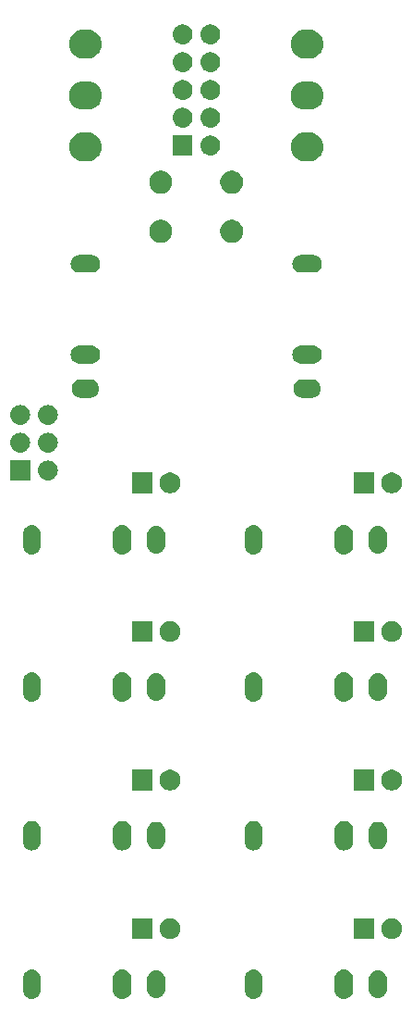
<source format=gbr>
G04 #@! TF.GenerationSoftware,KiCad,Pcbnew,5.0.2-bee76a0~70~ubuntu18.04.1*
G04 #@! TF.CreationDate,2019-01-02T16:22:13+08:00*
G04 #@! TF.ProjectId,Divider,44697669-6465-4722-9e6b-696361645f70,rev?*
G04 #@! TF.SameCoordinates,PX8d9ee20PY6422c40*
G04 #@! TF.FileFunction,Soldermask,Top*
G04 #@! TF.FilePolarity,Negative*
%FSLAX46Y46*%
G04 Gerber Fmt 4.6, Leading zero omitted, Abs format (unit mm)*
G04 Created by KiCad (PCBNEW 5.0.2-bee76a0~70~ubuntu18.04.1) date Wed Jan  2 16:22:13 2019*
%MOMM*%
%LPD*%
G01*
G04 APERTURE LIST*
%ADD10C,0.100000*%
G04 APERTURE END LIST*
D10*
G36*
X-6613180Y-39301313D02*
X-6613177Y-39301314D01*
X-6613176Y-39301314D01*
X-6452762Y-39349975D01*
X-6452760Y-39349976D01*
X-6452757Y-39349977D01*
X-6304922Y-39428995D01*
X-6175341Y-39535341D01*
X-6068995Y-39664922D01*
X-5989977Y-39812756D01*
X-5989977Y-39812757D01*
X-5989975Y-39812761D01*
X-5953508Y-39932977D01*
X-5941313Y-39973179D01*
X-5929000Y-40098196D01*
X-5929000Y-41181803D01*
X-5941313Y-41306821D01*
X-5941314Y-41306824D01*
X-5941314Y-41306825D01*
X-5959640Y-41367239D01*
X-5989977Y-41467244D01*
X-6068995Y-41615078D01*
X-6175341Y-41744659D01*
X-6304922Y-41851005D01*
X-6452756Y-41930023D01*
X-6452759Y-41930024D01*
X-6452761Y-41930025D01*
X-6613175Y-41978686D01*
X-6613176Y-41978686D01*
X-6613179Y-41978687D01*
X-6780000Y-41995117D01*
X-6946820Y-41978687D01*
X-6946823Y-41978686D01*
X-6946824Y-41978686D01*
X-7107238Y-41930025D01*
X-7107240Y-41930024D01*
X-7107243Y-41930023D01*
X-7255077Y-41851005D01*
X-7384658Y-41744659D01*
X-7491004Y-41615078D01*
X-7570022Y-41467244D01*
X-7600358Y-41367239D01*
X-7618685Y-41306825D01*
X-7618685Y-41306824D01*
X-7618686Y-41306821D01*
X-7630999Y-41181804D01*
X-7631000Y-40098197D01*
X-7618687Y-39973180D01*
X-7618686Y-39973176D01*
X-7570025Y-39812762D01*
X-7570024Y-39812760D01*
X-7570023Y-39812757D01*
X-7491005Y-39664922D01*
X-7384659Y-39535341D01*
X-7255078Y-39428995D01*
X-7107244Y-39349977D01*
X-7107241Y-39349976D01*
X-7107239Y-39349975D01*
X-6946825Y-39301314D01*
X-6946824Y-39301314D01*
X-6946821Y-39301313D01*
X-6780000Y-39284883D01*
X-6613180Y-39301313D01*
X-6613180Y-39301313D01*
G37*
G36*
X13706820Y-39301313D02*
X13706823Y-39301314D01*
X13706824Y-39301314D01*
X13867238Y-39349975D01*
X13867240Y-39349976D01*
X13867243Y-39349977D01*
X14015078Y-39428995D01*
X14144659Y-39535341D01*
X14251005Y-39664922D01*
X14330023Y-39812756D01*
X14330023Y-39812757D01*
X14330025Y-39812761D01*
X14366492Y-39932977D01*
X14378687Y-39973179D01*
X14391000Y-40098196D01*
X14391000Y-41181803D01*
X14378687Y-41306821D01*
X14378686Y-41306824D01*
X14378686Y-41306825D01*
X14360360Y-41367239D01*
X14330023Y-41467244D01*
X14251005Y-41615078D01*
X14144659Y-41744659D01*
X14015078Y-41851005D01*
X13867244Y-41930023D01*
X13867241Y-41930024D01*
X13867239Y-41930025D01*
X13706825Y-41978686D01*
X13706824Y-41978686D01*
X13706821Y-41978687D01*
X13540000Y-41995117D01*
X13373180Y-41978687D01*
X13373177Y-41978686D01*
X13373176Y-41978686D01*
X13212762Y-41930025D01*
X13212760Y-41930024D01*
X13212757Y-41930023D01*
X13064923Y-41851005D01*
X12935342Y-41744659D01*
X12828996Y-41615078D01*
X12749978Y-41467244D01*
X12719642Y-41367239D01*
X12701315Y-41306825D01*
X12701315Y-41306824D01*
X12701314Y-41306821D01*
X12689001Y-41181804D01*
X12689000Y-40098197D01*
X12701313Y-39973180D01*
X12701314Y-39973176D01*
X12749975Y-39812762D01*
X12749976Y-39812760D01*
X12749977Y-39812757D01*
X12828995Y-39664922D01*
X12935341Y-39535341D01*
X13064922Y-39428995D01*
X13212756Y-39349977D01*
X13212759Y-39349976D01*
X13212761Y-39349975D01*
X13373175Y-39301314D01*
X13373176Y-39301314D01*
X13373179Y-39301313D01*
X13540000Y-39284883D01*
X13706820Y-39301313D01*
X13706820Y-39301313D01*
G37*
G36*
X5397024Y-39300590D02*
X5548011Y-39346392D01*
X5687161Y-39420768D01*
X5722750Y-39449975D01*
X5809133Y-39520867D01*
X5809134Y-39520869D01*
X5809136Y-39520870D01*
X5909230Y-39642835D01*
X5983608Y-39781988D01*
X6029410Y-39932975D01*
X6041000Y-40050654D01*
X6041000Y-41229346D01*
X6029410Y-41347025D01*
X5983608Y-41498012D01*
X5909230Y-41637165D01*
X5809133Y-41759133D01*
X5687165Y-41859230D01*
X5548012Y-41933608D01*
X5397025Y-41979410D01*
X5240000Y-41994875D01*
X5082976Y-41979410D01*
X4931989Y-41933608D01*
X4792836Y-41859230D01*
X4670868Y-41759133D01*
X4570771Y-41637165D01*
X4496393Y-41498012D01*
X4450591Y-41347025D01*
X4439001Y-41229346D01*
X4439000Y-40050655D01*
X4450590Y-39932976D01*
X4496392Y-39781989D01*
X4570768Y-39642839D01*
X4670865Y-39520870D01*
X4670867Y-39520867D01*
X4670869Y-39520866D01*
X4670870Y-39520864D01*
X4792835Y-39420770D01*
X4931988Y-39346392D01*
X5082975Y-39300590D01*
X5240000Y-39285125D01*
X5397024Y-39300590D01*
X5397024Y-39300590D01*
G37*
G36*
X-14922976Y-39300590D02*
X-14771989Y-39346392D01*
X-14632839Y-39420768D01*
X-14597250Y-39449975D01*
X-14510867Y-39520867D01*
X-14510866Y-39520869D01*
X-14510864Y-39520870D01*
X-14410770Y-39642835D01*
X-14336392Y-39781988D01*
X-14290590Y-39932975D01*
X-14279000Y-40050654D01*
X-14279000Y-41229346D01*
X-14290590Y-41347025D01*
X-14336392Y-41498012D01*
X-14410770Y-41637165D01*
X-14510867Y-41759133D01*
X-14632835Y-41859230D01*
X-14771988Y-41933608D01*
X-14922975Y-41979410D01*
X-15080000Y-41994875D01*
X-15237024Y-41979410D01*
X-15388011Y-41933608D01*
X-15527164Y-41859230D01*
X-15649132Y-41759133D01*
X-15749229Y-41637165D01*
X-15823607Y-41498012D01*
X-15869409Y-41347025D01*
X-15880999Y-41229346D01*
X-15881000Y-40050655D01*
X-15869410Y-39932976D01*
X-15823608Y-39781989D01*
X-15749232Y-39642839D01*
X-15649135Y-39520870D01*
X-15649133Y-39520867D01*
X-15649131Y-39520866D01*
X-15649130Y-39520864D01*
X-15527165Y-39420770D01*
X-15388012Y-39346392D01*
X-15237025Y-39300590D01*
X-15080000Y-39285125D01*
X-14922976Y-39300590D01*
X-14922976Y-39300590D01*
G37*
G36*
X-3513180Y-39401313D02*
X-3513177Y-39401314D01*
X-3513176Y-39401314D01*
X-3352762Y-39449975D01*
X-3352760Y-39449976D01*
X-3352757Y-39449977D01*
X-3204922Y-39528995D01*
X-3075341Y-39635341D01*
X-2968995Y-39764922D01*
X-2889977Y-39912756D01*
X-2889977Y-39912757D01*
X-2889975Y-39912761D01*
X-2848145Y-40050656D01*
X-2841313Y-40073179D01*
X-2829000Y-40198196D01*
X-2829000Y-41081803D01*
X-2841313Y-41206820D01*
X-2841314Y-41206822D01*
X-2841314Y-41206825D01*
X-2889975Y-41367239D01*
X-2889977Y-41367244D01*
X-2968995Y-41515078D01*
X-3075341Y-41644659D01*
X-3204922Y-41751005D01*
X-3352756Y-41830023D01*
X-3352759Y-41830024D01*
X-3352761Y-41830025D01*
X-3513175Y-41878686D01*
X-3513176Y-41878686D01*
X-3513179Y-41878687D01*
X-3680000Y-41895117D01*
X-3846820Y-41878687D01*
X-3846823Y-41878686D01*
X-3846824Y-41878686D01*
X-4007238Y-41830025D01*
X-4007240Y-41830024D01*
X-4007243Y-41830023D01*
X-4155077Y-41751005D01*
X-4284658Y-41644659D01*
X-4391004Y-41515078D01*
X-4470022Y-41367244D01*
X-4476155Y-41347025D01*
X-4518685Y-41206825D01*
X-4518685Y-41206824D01*
X-4518686Y-41206821D01*
X-4531000Y-41081803D01*
X-4531000Y-40198197D01*
X-4518687Y-40073180D01*
X-4518686Y-40073176D01*
X-4470025Y-39912762D01*
X-4470024Y-39912760D01*
X-4470023Y-39912757D01*
X-4391005Y-39764922D01*
X-4284659Y-39635341D01*
X-4155078Y-39528995D01*
X-4007244Y-39449977D01*
X-4007241Y-39449976D01*
X-4007239Y-39449975D01*
X-3846825Y-39401314D01*
X-3846824Y-39401314D01*
X-3846821Y-39401313D01*
X-3680000Y-39384883D01*
X-3513180Y-39401313D01*
X-3513180Y-39401313D01*
G37*
G36*
X16806820Y-39401313D02*
X16806823Y-39401314D01*
X16806824Y-39401314D01*
X16967238Y-39449975D01*
X16967240Y-39449976D01*
X16967243Y-39449977D01*
X17115078Y-39528995D01*
X17244659Y-39635341D01*
X17351005Y-39764922D01*
X17430023Y-39912756D01*
X17430023Y-39912757D01*
X17430025Y-39912761D01*
X17471855Y-40050656D01*
X17478687Y-40073179D01*
X17491000Y-40198196D01*
X17491000Y-41081803D01*
X17478687Y-41206820D01*
X17478686Y-41206822D01*
X17478686Y-41206825D01*
X17430025Y-41367239D01*
X17430023Y-41367244D01*
X17351005Y-41515078D01*
X17244659Y-41644659D01*
X17115078Y-41751005D01*
X16967244Y-41830023D01*
X16967241Y-41830024D01*
X16967239Y-41830025D01*
X16806825Y-41878686D01*
X16806824Y-41878686D01*
X16806821Y-41878687D01*
X16640000Y-41895117D01*
X16473180Y-41878687D01*
X16473177Y-41878686D01*
X16473176Y-41878686D01*
X16312762Y-41830025D01*
X16312760Y-41830024D01*
X16312757Y-41830023D01*
X16164923Y-41751005D01*
X16035342Y-41644659D01*
X15928996Y-41515078D01*
X15849978Y-41367244D01*
X15843845Y-41347025D01*
X15801315Y-41206825D01*
X15801315Y-41206824D01*
X15801314Y-41206821D01*
X15789000Y-41081803D01*
X15789000Y-40198197D01*
X15801313Y-40073180D01*
X15801314Y-40073176D01*
X15849975Y-39912762D01*
X15849976Y-39912760D01*
X15849977Y-39912757D01*
X15928995Y-39764922D01*
X16035341Y-39635341D01*
X16164922Y-39528995D01*
X16312756Y-39449977D01*
X16312759Y-39449976D01*
X16312761Y-39449975D01*
X16473175Y-39401314D01*
X16473176Y-39401314D01*
X16473179Y-39401313D01*
X16640000Y-39384883D01*
X16806820Y-39401313D01*
X16806820Y-39401313D01*
G37*
G36*
X-2135604Y-34645546D02*
X-1962534Y-34717234D01*
X-1806770Y-34821312D01*
X-1674312Y-34953770D01*
X-1570234Y-35109534D01*
X-1498546Y-35282604D01*
X-1462000Y-35466333D01*
X-1462000Y-35653667D01*
X-1498546Y-35837396D01*
X-1570234Y-36010466D01*
X-1674312Y-36166230D01*
X-1806770Y-36298688D01*
X-1962534Y-36402766D01*
X-2135604Y-36474454D01*
X-2319333Y-36511000D01*
X-2506667Y-36511000D01*
X-2690396Y-36474454D01*
X-2863466Y-36402766D01*
X-3019230Y-36298688D01*
X-3151688Y-36166230D01*
X-3255766Y-36010466D01*
X-3327454Y-35837396D01*
X-3364000Y-35653667D01*
X-3364000Y-35466333D01*
X-3327454Y-35282604D01*
X-3255766Y-35109534D01*
X-3151688Y-34953770D01*
X-3019230Y-34821312D01*
X-2863466Y-34717234D01*
X-2690396Y-34645546D01*
X-2506667Y-34609000D01*
X-2319333Y-34609000D01*
X-2135604Y-34645546D01*
X-2135604Y-34645546D01*
G37*
G36*
X-4002000Y-36511000D02*
X-5904000Y-36511000D01*
X-5904000Y-34609000D01*
X-4002000Y-34609000D01*
X-4002000Y-36511000D01*
X-4002000Y-36511000D01*
G37*
G36*
X18184396Y-34645546D02*
X18357466Y-34717234D01*
X18513230Y-34821312D01*
X18645688Y-34953770D01*
X18749766Y-35109534D01*
X18821454Y-35282604D01*
X18858000Y-35466333D01*
X18858000Y-35653667D01*
X18821454Y-35837396D01*
X18749766Y-36010466D01*
X18645688Y-36166230D01*
X18513230Y-36298688D01*
X18357466Y-36402766D01*
X18184396Y-36474454D01*
X18000667Y-36511000D01*
X17813333Y-36511000D01*
X17629604Y-36474454D01*
X17456534Y-36402766D01*
X17300770Y-36298688D01*
X17168312Y-36166230D01*
X17064234Y-36010466D01*
X16992546Y-35837396D01*
X16956000Y-35653667D01*
X16956000Y-35466333D01*
X16992546Y-35282604D01*
X17064234Y-35109534D01*
X17168312Y-34953770D01*
X17300770Y-34821312D01*
X17456534Y-34717234D01*
X17629604Y-34645546D01*
X17813333Y-34609000D01*
X18000667Y-34609000D01*
X18184396Y-34645546D01*
X18184396Y-34645546D01*
G37*
G36*
X16318000Y-36511000D02*
X14416000Y-36511000D01*
X14416000Y-34609000D01*
X16318000Y-34609000D01*
X16318000Y-36511000D01*
X16318000Y-36511000D01*
G37*
G36*
X-6613180Y-25712313D02*
X-6613177Y-25712314D01*
X-6613176Y-25712314D01*
X-6452762Y-25760975D01*
X-6452760Y-25760976D01*
X-6452757Y-25760977D01*
X-6304922Y-25839995D01*
X-6175341Y-25946341D01*
X-6068995Y-26075922D01*
X-5989977Y-26223756D01*
X-5989977Y-26223757D01*
X-5989975Y-26223761D01*
X-5953508Y-26343977D01*
X-5941313Y-26384179D01*
X-5929000Y-26509196D01*
X-5929000Y-27592803D01*
X-5941313Y-27717821D01*
X-5941314Y-27717824D01*
X-5941314Y-27717825D01*
X-5959640Y-27778239D01*
X-5989977Y-27878244D01*
X-6068995Y-28026078D01*
X-6175341Y-28155659D01*
X-6304922Y-28262005D01*
X-6452756Y-28341023D01*
X-6452759Y-28341024D01*
X-6452761Y-28341025D01*
X-6613175Y-28389686D01*
X-6613176Y-28389686D01*
X-6613179Y-28389687D01*
X-6780000Y-28406117D01*
X-6946820Y-28389687D01*
X-6946823Y-28389686D01*
X-6946824Y-28389686D01*
X-7107238Y-28341025D01*
X-7107240Y-28341024D01*
X-7107243Y-28341023D01*
X-7255077Y-28262005D01*
X-7384658Y-28155659D01*
X-7491004Y-28026078D01*
X-7570022Y-27878244D01*
X-7600358Y-27778239D01*
X-7618685Y-27717825D01*
X-7618685Y-27717824D01*
X-7618686Y-27717821D01*
X-7630999Y-27592804D01*
X-7631000Y-26509197D01*
X-7618687Y-26384180D01*
X-7618686Y-26384176D01*
X-7570025Y-26223762D01*
X-7570024Y-26223760D01*
X-7570023Y-26223757D01*
X-7491005Y-26075922D01*
X-7384659Y-25946341D01*
X-7255078Y-25839995D01*
X-7107244Y-25760977D01*
X-7107241Y-25760976D01*
X-7107239Y-25760975D01*
X-6946825Y-25712314D01*
X-6946824Y-25712314D01*
X-6946821Y-25712313D01*
X-6780000Y-25695883D01*
X-6613180Y-25712313D01*
X-6613180Y-25712313D01*
G37*
G36*
X13706820Y-25712313D02*
X13706823Y-25712314D01*
X13706824Y-25712314D01*
X13867238Y-25760975D01*
X13867240Y-25760976D01*
X13867243Y-25760977D01*
X14015078Y-25839995D01*
X14144659Y-25946341D01*
X14251005Y-26075922D01*
X14330023Y-26223756D01*
X14330023Y-26223757D01*
X14330025Y-26223761D01*
X14366492Y-26343977D01*
X14378687Y-26384179D01*
X14391000Y-26509196D01*
X14391000Y-27592803D01*
X14378687Y-27717821D01*
X14378686Y-27717824D01*
X14378686Y-27717825D01*
X14360360Y-27778239D01*
X14330023Y-27878244D01*
X14251005Y-28026078D01*
X14144659Y-28155659D01*
X14015078Y-28262005D01*
X13867244Y-28341023D01*
X13867241Y-28341024D01*
X13867239Y-28341025D01*
X13706825Y-28389686D01*
X13706824Y-28389686D01*
X13706821Y-28389687D01*
X13540000Y-28406117D01*
X13373180Y-28389687D01*
X13373177Y-28389686D01*
X13373176Y-28389686D01*
X13212762Y-28341025D01*
X13212760Y-28341024D01*
X13212757Y-28341023D01*
X13064923Y-28262005D01*
X12935342Y-28155659D01*
X12828996Y-28026078D01*
X12749978Y-27878244D01*
X12719642Y-27778239D01*
X12701315Y-27717825D01*
X12701315Y-27717824D01*
X12701314Y-27717821D01*
X12689001Y-27592804D01*
X12689000Y-26509197D01*
X12701313Y-26384180D01*
X12701314Y-26384176D01*
X12749975Y-26223762D01*
X12749976Y-26223760D01*
X12749977Y-26223757D01*
X12828995Y-26075922D01*
X12935341Y-25946341D01*
X13064922Y-25839995D01*
X13212756Y-25760977D01*
X13212759Y-25760976D01*
X13212761Y-25760975D01*
X13373175Y-25712314D01*
X13373176Y-25712314D01*
X13373179Y-25712313D01*
X13540000Y-25695883D01*
X13706820Y-25712313D01*
X13706820Y-25712313D01*
G37*
G36*
X5397024Y-25711590D02*
X5548011Y-25757392D01*
X5687161Y-25831768D01*
X5722750Y-25860975D01*
X5809133Y-25931867D01*
X5809134Y-25931869D01*
X5809136Y-25931870D01*
X5909230Y-26053835D01*
X5983608Y-26192988D01*
X6029410Y-26343975D01*
X6041000Y-26461654D01*
X6041000Y-27640346D01*
X6029410Y-27758025D01*
X5983608Y-27909012D01*
X5909230Y-28048165D01*
X5809133Y-28170133D01*
X5687165Y-28270230D01*
X5548012Y-28344608D01*
X5397025Y-28390410D01*
X5240000Y-28405875D01*
X5082976Y-28390410D01*
X4931989Y-28344608D01*
X4792836Y-28270230D01*
X4670868Y-28170133D01*
X4570771Y-28048165D01*
X4496393Y-27909012D01*
X4450591Y-27758025D01*
X4439001Y-27640346D01*
X4439000Y-26461655D01*
X4450590Y-26343976D01*
X4496392Y-26192989D01*
X4570768Y-26053839D01*
X4670865Y-25931870D01*
X4670867Y-25931867D01*
X4670869Y-25931866D01*
X4670870Y-25931864D01*
X4792835Y-25831770D01*
X4931988Y-25757392D01*
X5082975Y-25711590D01*
X5240000Y-25696125D01*
X5397024Y-25711590D01*
X5397024Y-25711590D01*
G37*
G36*
X-14922976Y-25711590D02*
X-14771989Y-25757392D01*
X-14632839Y-25831768D01*
X-14597250Y-25860975D01*
X-14510867Y-25931867D01*
X-14510866Y-25931869D01*
X-14510864Y-25931870D01*
X-14410770Y-26053835D01*
X-14336392Y-26192988D01*
X-14290590Y-26343975D01*
X-14279000Y-26461654D01*
X-14279000Y-27640346D01*
X-14290590Y-27758025D01*
X-14336392Y-27909012D01*
X-14410770Y-28048165D01*
X-14510867Y-28170133D01*
X-14632835Y-28270230D01*
X-14771988Y-28344608D01*
X-14922975Y-28390410D01*
X-15080000Y-28405875D01*
X-15237024Y-28390410D01*
X-15388011Y-28344608D01*
X-15527164Y-28270230D01*
X-15649132Y-28170133D01*
X-15749229Y-28048165D01*
X-15823607Y-27909012D01*
X-15869409Y-27758025D01*
X-15880999Y-27640346D01*
X-15881000Y-26461655D01*
X-15869410Y-26343976D01*
X-15823608Y-26192989D01*
X-15749232Y-26053839D01*
X-15649135Y-25931870D01*
X-15649133Y-25931867D01*
X-15649131Y-25931866D01*
X-15649130Y-25931864D01*
X-15527165Y-25831770D01*
X-15388012Y-25757392D01*
X-15237025Y-25711590D01*
X-15080000Y-25696125D01*
X-14922976Y-25711590D01*
X-14922976Y-25711590D01*
G37*
G36*
X16806820Y-25812313D02*
X16806823Y-25812314D01*
X16806824Y-25812314D01*
X16967238Y-25860975D01*
X16967240Y-25860976D01*
X16967243Y-25860977D01*
X17115078Y-25939995D01*
X17244659Y-26046341D01*
X17351005Y-26175922D01*
X17430023Y-26323756D01*
X17430023Y-26323757D01*
X17430025Y-26323761D01*
X17471855Y-26461656D01*
X17478687Y-26484179D01*
X17491000Y-26609196D01*
X17491000Y-27492803D01*
X17478687Y-27617820D01*
X17478686Y-27617822D01*
X17478686Y-27617825D01*
X17430025Y-27778239D01*
X17430023Y-27778244D01*
X17351005Y-27926078D01*
X17244659Y-28055659D01*
X17115078Y-28162005D01*
X16967244Y-28241023D01*
X16967241Y-28241024D01*
X16967239Y-28241025D01*
X16806825Y-28289686D01*
X16806824Y-28289686D01*
X16806821Y-28289687D01*
X16640000Y-28306117D01*
X16473180Y-28289687D01*
X16473177Y-28289686D01*
X16473176Y-28289686D01*
X16312762Y-28241025D01*
X16312760Y-28241024D01*
X16312757Y-28241023D01*
X16164923Y-28162005D01*
X16035342Y-28055659D01*
X15928996Y-27926078D01*
X15849978Y-27778244D01*
X15843845Y-27758025D01*
X15801315Y-27617825D01*
X15801315Y-27617824D01*
X15801314Y-27617821D01*
X15789000Y-27492803D01*
X15789000Y-26609197D01*
X15801313Y-26484180D01*
X15801314Y-26484176D01*
X15849975Y-26323762D01*
X15849976Y-26323760D01*
X15849977Y-26323757D01*
X15928995Y-26175922D01*
X16035341Y-26046341D01*
X16164922Y-25939995D01*
X16312756Y-25860977D01*
X16312759Y-25860976D01*
X16312761Y-25860975D01*
X16473175Y-25812314D01*
X16473176Y-25812314D01*
X16473179Y-25812313D01*
X16640000Y-25795883D01*
X16806820Y-25812313D01*
X16806820Y-25812313D01*
G37*
G36*
X-3513180Y-25812313D02*
X-3513177Y-25812314D01*
X-3513176Y-25812314D01*
X-3352762Y-25860975D01*
X-3352760Y-25860976D01*
X-3352757Y-25860977D01*
X-3204922Y-25939995D01*
X-3075341Y-26046341D01*
X-2968995Y-26175922D01*
X-2889977Y-26323756D01*
X-2889977Y-26323757D01*
X-2889975Y-26323761D01*
X-2848145Y-26461656D01*
X-2841313Y-26484179D01*
X-2829000Y-26609196D01*
X-2829000Y-27492803D01*
X-2841313Y-27617820D01*
X-2841314Y-27617822D01*
X-2841314Y-27617825D01*
X-2889975Y-27778239D01*
X-2889977Y-27778244D01*
X-2968995Y-27926078D01*
X-3075341Y-28055659D01*
X-3204922Y-28162005D01*
X-3352756Y-28241023D01*
X-3352759Y-28241024D01*
X-3352761Y-28241025D01*
X-3513175Y-28289686D01*
X-3513176Y-28289686D01*
X-3513179Y-28289687D01*
X-3680000Y-28306117D01*
X-3846820Y-28289687D01*
X-3846823Y-28289686D01*
X-3846824Y-28289686D01*
X-4007238Y-28241025D01*
X-4007240Y-28241024D01*
X-4007243Y-28241023D01*
X-4155077Y-28162005D01*
X-4284658Y-28055659D01*
X-4391004Y-27926078D01*
X-4470022Y-27778244D01*
X-4476155Y-27758025D01*
X-4518685Y-27617825D01*
X-4518685Y-27617824D01*
X-4518686Y-27617821D01*
X-4531000Y-27492803D01*
X-4531000Y-26609197D01*
X-4518687Y-26484180D01*
X-4518686Y-26484176D01*
X-4470025Y-26323762D01*
X-4470024Y-26323760D01*
X-4470023Y-26323757D01*
X-4391005Y-26175922D01*
X-4284659Y-26046341D01*
X-4155078Y-25939995D01*
X-4007244Y-25860977D01*
X-4007241Y-25860976D01*
X-4007239Y-25860975D01*
X-3846825Y-25812314D01*
X-3846824Y-25812314D01*
X-3846821Y-25812313D01*
X-3680000Y-25795883D01*
X-3513180Y-25812313D01*
X-3513180Y-25812313D01*
G37*
G36*
X-2135604Y-21056546D02*
X-1962534Y-21128234D01*
X-1806770Y-21232312D01*
X-1674312Y-21364770D01*
X-1570234Y-21520534D01*
X-1498546Y-21693604D01*
X-1462000Y-21877333D01*
X-1462000Y-22064667D01*
X-1498546Y-22248396D01*
X-1570234Y-22421466D01*
X-1674312Y-22577230D01*
X-1806770Y-22709688D01*
X-1962534Y-22813766D01*
X-2135604Y-22885454D01*
X-2319333Y-22922000D01*
X-2506667Y-22922000D01*
X-2690396Y-22885454D01*
X-2863466Y-22813766D01*
X-3019230Y-22709688D01*
X-3151688Y-22577230D01*
X-3255766Y-22421466D01*
X-3327454Y-22248396D01*
X-3364000Y-22064667D01*
X-3364000Y-21877333D01*
X-3327454Y-21693604D01*
X-3255766Y-21520534D01*
X-3151688Y-21364770D01*
X-3019230Y-21232312D01*
X-2863466Y-21128234D01*
X-2690396Y-21056546D01*
X-2506667Y-21020000D01*
X-2319333Y-21020000D01*
X-2135604Y-21056546D01*
X-2135604Y-21056546D01*
G37*
G36*
X16318000Y-22922000D02*
X14416000Y-22922000D01*
X14416000Y-21020000D01*
X16318000Y-21020000D01*
X16318000Y-22922000D01*
X16318000Y-22922000D01*
G37*
G36*
X-4002000Y-22922000D02*
X-5904000Y-22922000D01*
X-5904000Y-21020000D01*
X-4002000Y-21020000D01*
X-4002000Y-22922000D01*
X-4002000Y-22922000D01*
G37*
G36*
X18184396Y-21056546D02*
X18357466Y-21128234D01*
X18513230Y-21232312D01*
X18645688Y-21364770D01*
X18749766Y-21520534D01*
X18821454Y-21693604D01*
X18858000Y-21877333D01*
X18858000Y-22064667D01*
X18821454Y-22248396D01*
X18749766Y-22421466D01*
X18645688Y-22577230D01*
X18513230Y-22709688D01*
X18357466Y-22813766D01*
X18184396Y-22885454D01*
X18000667Y-22922000D01*
X17813333Y-22922000D01*
X17629604Y-22885454D01*
X17456534Y-22813766D01*
X17300770Y-22709688D01*
X17168312Y-22577230D01*
X17064234Y-22421466D01*
X16992546Y-22248396D01*
X16956000Y-22064667D01*
X16956000Y-21877333D01*
X16992546Y-21693604D01*
X17064234Y-21520534D01*
X17168312Y-21364770D01*
X17300770Y-21232312D01*
X17456534Y-21128234D01*
X17629604Y-21056546D01*
X17813333Y-21020000D01*
X18000667Y-21020000D01*
X18184396Y-21056546D01*
X18184396Y-21056546D01*
G37*
G36*
X13706820Y-12123313D02*
X13706823Y-12123314D01*
X13706824Y-12123314D01*
X13867238Y-12171975D01*
X13867240Y-12171976D01*
X13867243Y-12171977D01*
X14015078Y-12250995D01*
X14144659Y-12357341D01*
X14251005Y-12486922D01*
X14330023Y-12634756D01*
X14330023Y-12634757D01*
X14330025Y-12634761D01*
X14366492Y-12754977D01*
X14378687Y-12795179D01*
X14391000Y-12920196D01*
X14391000Y-14003803D01*
X14378687Y-14128821D01*
X14378686Y-14128824D01*
X14378686Y-14128825D01*
X14360360Y-14189239D01*
X14330023Y-14289244D01*
X14251005Y-14437078D01*
X14144659Y-14566659D01*
X14015078Y-14673005D01*
X13867244Y-14752023D01*
X13867241Y-14752024D01*
X13867239Y-14752025D01*
X13706825Y-14800686D01*
X13706824Y-14800686D01*
X13706821Y-14800687D01*
X13540000Y-14817117D01*
X13373180Y-14800687D01*
X13373177Y-14800686D01*
X13373176Y-14800686D01*
X13212762Y-14752025D01*
X13212760Y-14752024D01*
X13212757Y-14752023D01*
X13064923Y-14673005D01*
X12935342Y-14566659D01*
X12828996Y-14437078D01*
X12749978Y-14289244D01*
X12719642Y-14189239D01*
X12701315Y-14128825D01*
X12701315Y-14128824D01*
X12701314Y-14128821D01*
X12689001Y-14003804D01*
X12689000Y-12920197D01*
X12701313Y-12795180D01*
X12701314Y-12795176D01*
X12749975Y-12634762D01*
X12749976Y-12634760D01*
X12749977Y-12634757D01*
X12828995Y-12486922D01*
X12935341Y-12357341D01*
X13064922Y-12250995D01*
X13212756Y-12171977D01*
X13212759Y-12171976D01*
X13212761Y-12171975D01*
X13373175Y-12123314D01*
X13373176Y-12123314D01*
X13373179Y-12123313D01*
X13540000Y-12106883D01*
X13706820Y-12123313D01*
X13706820Y-12123313D01*
G37*
G36*
X-6613180Y-12123313D02*
X-6613177Y-12123314D01*
X-6613176Y-12123314D01*
X-6452762Y-12171975D01*
X-6452760Y-12171976D01*
X-6452757Y-12171977D01*
X-6304922Y-12250995D01*
X-6175341Y-12357341D01*
X-6068995Y-12486922D01*
X-5989977Y-12634756D01*
X-5989977Y-12634757D01*
X-5989975Y-12634761D01*
X-5953508Y-12754977D01*
X-5941313Y-12795179D01*
X-5929000Y-12920196D01*
X-5929000Y-14003803D01*
X-5941313Y-14128821D01*
X-5941314Y-14128824D01*
X-5941314Y-14128825D01*
X-5959640Y-14189239D01*
X-5989977Y-14289244D01*
X-6068995Y-14437078D01*
X-6175341Y-14566659D01*
X-6304922Y-14673005D01*
X-6452756Y-14752023D01*
X-6452759Y-14752024D01*
X-6452761Y-14752025D01*
X-6613175Y-14800686D01*
X-6613176Y-14800686D01*
X-6613179Y-14800687D01*
X-6780000Y-14817117D01*
X-6946820Y-14800687D01*
X-6946823Y-14800686D01*
X-6946824Y-14800686D01*
X-7107238Y-14752025D01*
X-7107240Y-14752024D01*
X-7107243Y-14752023D01*
X-7255077Y-14673005D01*
X-7384658Y-14566659D01*
X-7491004Y-14437078D01*
X-7570022Y-14289244D01*
X-7600358Y-14189239D01*
X-7618685Y-14128825D01*
X-7618685Y-14128824D01*
X-7618686Y-14128821D01*
X-7630999Y-14003804D01*
X-7631000Y-12920197D01*
X-7618687Y-12795180D01*
X-7618686Y-12795176D01*
X-7570025Y-12634762D01*
X-7570024Y-12634760D01*
X-7570023Y-12634757D01*
X-7491005Y-12486922D01*
X-7384659Y-12357341D01*
X-7255078Y-12250995D01*
X-7107244Y-12171977D01*
X-7107241Y-12171976D01*
X-7107239Y-12171975D01*
X-6946825Y-12123314D01*
X-6946824Y-12123314D01*
X-6946821Y-12123313D01*
X-6780000Y-12106883D01*
X-6613180Y-12123313D01*
X-6613180Y-12123313D01*
G37*
G36*
X-14922976Y-12122590D02*
X-14771989Y-12168392D01*
X-14632839Y-12242768D01*
X-14597250Y-12271975D01*
X-14510867Y-12342867D01*
X-14510866Y-12342869D01*
X-14510864Y-12342870D01*
X-14410770Y-12464835D01*
X-14336392Y-12603988D01*
X-14290590Y-12754975D01*
X-14279000Y-12872654D01*
X-14279000Y-14051346D01*
X-14290590Y-14169025D01*
X-14336392Y-14320012D01*
X-14410770Y-14459165D01*
X-14510867Y-14581133D01*
X-14632835Y-14681230D01*
X-14771988Y-14755608D01*
X-14922975Y-14801410D01*
X-15080000Y-14816875D01*
X-15237024Y-14801410D01*
X-15388011Y-14755608D01*
X-15527164Y-14681230D01*
X-15649132Y-14581133D01*
X-15749229Y-14459165D01*
X-15823607Y-14320012D01*
X-15869409Y-14169025D01*
X-15880999Y-14051346D01*
X-15881000Y-12872655D01*
X-15869410Y-12754976D01*
X-15823608Y-12603989D01*
X-15749232Y-12464839D01*
X-15649135Y-12342870D01*
X-15649133Y-12342867D01*
X-15649131Y-12342866D01*
X-15649130Y-12342864D01*
X-15527165Y-12242770D01*
X-15388012Y-12168392D01*
X-15237025Y-12122590D01*
X-15080000Y-12107125D01*
X-14922976Y-12122590D01*
X-14922976Y-12122590D01*
G37*
G36*
X5397024Y-12122590D02*
X5548011Y-12168392D01*
X5687161Y-12242768D01*
X5722750Y-12271975D01*
X5809133Y-12342867D01*
X5809134Y-12342869D01*
X5809136Y-12342870D01*
X5909230Y-12464835D01*
X5983608Y-12603988D01*
X6029410Y-12754975D01*
X6041000Y-12872654D01*
X6041000Y-14051346D01*
X6029410Y-14169025D01*
X5983608Y-14320012D01*
X5909230Y-14459165D01*
X5809133Y-14581133D01*
X5687165Y-14681230D01*
X5548012Y-14755608D01*
X5397025Y-14801410D01*
X5240000Y-14816875D01*
X5082976Y-14801410D01*
X4931989Y-14755608D01*
X4792836Y-14681230D01*
X4670868Y-14581133D01*
X4570771Y-14459165D01*
X4496393Y-14320012D01*
X4450591Y-14169025D01*
X4439001Y-14051346D01*
X4439000Y-12872655D01*
X4450590Y-12754976D01*
X4496392Y-12603989D01*
X4570768Y-12464839D01*
X4670865Y-12342870D01*
X4670867Y-12342867D01*
X4670869Y-12342866D01*
X4670870Y-12342864D01*
X4792835Y-12242770D01*
X4931988Y-12168392D01*
X5082975Y-12122590D01*
X5240000Y-12107125D01*
X5397024Y-12122590D01*
X5397024Y-12122590D01*
G37*
G36*
X-3513180Y-12223313D02*
X-3513177Y-12223314D01*
X-3513176Y-12223314D01*
X-3352762Y-12271975D01*
X-3352760Y-12271976D01*
X-3352757Y-12271977D01*
X-3204922Y-12350995D01*
X-3075341Y-12457341D01*
X-2968995Y-12586922D01*
X-2889977Y-12734756D01*
X-2889977Y-12734757D01*
X-2889975Y-12734761D01*
X-2848145Y-12872656D01*
X-2841313Y-12895179D01*
X-2829000Y-13020196D01*
X-2829000Y-13903803D01*
X-2841313Y-14028820D01*
X-2841314Y-14028822D01*
X-2841314Y-14028825D01*
X-2889975Y-14189239D01*
X-2889977Y-14189244D01*
X-2968995Y-14337078D01*
X-3075341Y-14466659D01*
X-3204922Y-14573005D01*
X-3352756Y-14652023D01*
X-3352759Y-14652024D01*
X-3352761Y-14652025D01*
X-3513175Y-14700686D01*
X-3513176Y-14700686D01*
X-3513179Y-14700687D01*
X-3680000Y-14717117D01*
X-3846820Y-14700687D01*
X-3846823Y-14700686D01*
X-3846824Y-14700686D01*
X-4007238Y-14652025D01*
X-4007240Y-14652024D01*
X-4007243Y-14652023D01*
X-4155077Y-14573005D01*
X-4284658Y-14466659D01*
X-4391004Y-14337078D01*
X-4470022Y-14189244D01*
X-4476155Y-14169025D01*
X-4518685Y-14028825D01*
X-4518685Y-14028824D01*
X-4518686Y-14028821D01*
X-4531000Y-13903803D01*
X-4531000Y-13020197D01*
X-4518687Y-12895180D01*
X-4518686Y-12895176D01*
X-4470025Y-12734762D01*
X-4470024Y-12734760D01*
X-4470023Y-12734757D01*
X-4391005Y-12586922D01*
X-4284659Y-12457341D01*
X-4155078Y-12350995D01*
X-4007244Y-12271977D01*
X-4007241Y-12271976D01*
X-4007239Y-12271975D01*
X-3846825Y-12223314D01*
X-3846824Y-12223314D01*
X-3846821Y-12223313D01*
X-3680000Y-12206883D01*
X-3513180Y-12223313D01*
X-3513180Y-12223313D01*
G37*
G36*
X16806820Y-12223313D02*
X16806823Y-12223314D01*
X16806824Y-12223314D01*
X16967238Y-12271975D01*
X16967240Y-12271976D01*
X16967243Y-12271977D01*
X17115078Y-12350995D01*
X17244659Y-12457341D01*
X17351005Y-12586922D01*
X17430023Y-12734756D01*
X17430023Y-12734757D01*
X17430025Y-12734761D01*
X17471855Y-12872656D01*
X17478687Y-12895179D01*
X17491000Y-13020196D01*
X17491000Y-13903803D01*
X17478687Y-14028820D01*
X17478686Y-14028822D01*
X17478686Y-14028825D01*
X17430025Y-14189239D01*
X17430023Y-14189244D01*
X17351005Y-14337078D01*
X17244659Y-14466659D01*
X17115078Y-14573005D01*
X16967244Y-14652023D01*
X16967241Y-14652024D01*
X16967239Y-14652025D01*
X16806825Y-14700686D01*
X16806824Y-14700686D01*
X16806821Y-14700687D01*
X16640000Y-14717117D01*
X16473180Y-14700687D01*
X16473177Y-14700686D01*
X16473176Y-14700686D01*
X16312762Y-14652025D01*
X16312760Y-14652024D01*
X16312757Y-14652023D01*
X16164923Y-14573005D01*
X16035342Y-14466659D01*
X15928996Y-14337078D01*
X15849978Y-14189244D01*
X15843845Y-14169025D01*
X15801315Y-14028825D01*
X15801315Y-14028824D01*
X15801314Y-14028821D01*
X15789000Y-13903803D01*
X15789000Y-13020197D01*
X15801313Y-12895180D01*
X15801314Y-12895176D01*
X15849975Y-12734762D01*
X15849976Y-12734760D01*
X15849977Y-12734757D01*
X15928995Y-12586922D01*
X16035341Y-12457341D01*
X16164922Y-12350995D01*
X16312756Y-12271977D01*
X16312759Y-12271976D01*
X16312761Y-12271975D01*
X16473175Y-12223314D01*
X16473176Y-12223314D01*
X16473179Y-12223313D01*
X16640000Y-12206883D01*
X16806820Y-12223313D01*
X16806820Y-12223313D01*
G37*
G36*
X16318000Y-9333000D02*
X14416000Y-9333000D01*
X14416000Y-7431000D01*
X16318000Y-7431000D01*
X16318000Y-9333000D01*
X16318000Y-9333000D01*
G37*
G36*
X-4002000Y-9333000D02*
X-5904000Y-9333000D01*
X-5904000Y-7431000D01*
X-4002000Y-7431000D01*
X-4002000Y-9333000D01*
X-4002000Y-9333000D01*
G37*
G36*
X-2135604Y-7467546D02*
X-1962534Y-7539234D01*
X-1806770Y-7643312D01*
X-1674312Y-7775770D01*
X-1570234Y-7931534D01*
X-1498546Y-8104604D01*
X-1462000Y-8288333D01*
X-1462000Y-8475667D01*
X-1498546Y-8659396D01*
X-1570234Y-8832466D01*
X-1674312Y-8988230D01*
X-1806770Y-9120688D01*
X-1962534Y-9224766D01*
X-2135604Y-9296454D01*
X-2319333Y-9333000D01*
X-2506667Y-9333000D01*
X-2690396Y-9296454D01*
X-2863466Y-9224766D01*
X-3019230Y-9120688D01*
X-3151688Y-8988230D01*
X-3255766Y-8832466D01*
X-3327454Y-8659396D01*
X-3364000Y-8475667D01*
X-3364000Y-8288333D01*
X-3327454Y-8104604D01*
X-3255766Y-7931534D01*
X-3151688Y-7775770D01*
X-3019230Y-7643312D01*
X-2863466Y-7539234D01*
X-2690396Y-7467546D01*
X-2506667Y-7431000D01*
X-2319333Y-7431000D01*
X-2135604Y-7467546D01*
X-2135604Y-7467546D01*
G37*
G36*
X18184396Y-7467546D02*
X18357466Y-7539234D01*
X18513230Y-7643312D01*
X18645688Y-7775770D01*
X18749766Y-7931534D01*
X18821454Y-8104604D01*
X18858000Y-8288333D01*
X18858000Y-8475667D01*
X18821454Y-8659396D01*
X18749766Y-8832466D01*
X18645688Y-8988230D01*
X18513230Y-9120688D01*
X18357466Y-9224766D01*
X18184396Y-9296454D01*
X18000667Y-9333000D01*
X17813333Y-9333000D01*
X17629604Y-9296454D01*
X17456534Y-9224766D01*
X17300770Y-9120688D01*
X17168312Y-8988230D01*
X17064234Y-8832466D01*
X16992546Y-8659396D01*
X16956000Y-8475667D01*
X16956000Y-8288333D01*
X16992546Y-8104604D01*
X17064234Y-7931534D01*
X17168312Y-7775770D01*
X17300770Y-7643312D01*
X17456534Y-7539234D01*
X17629604Y-7467546D01*
X17813333Y-7431000D01*
X18000667Y-7431000D01*
X18184396Y-7467546D01*
X18184396Y-7467546D01*
G37*
G36*
X13706820Y1338687D02*
X13706823Y1338686D01*
X13706824Y1338686D01*
X13867238Y1290025D01*
X13867240Y1290024D01*
X13867243Y1290023D01*
X14015078Y1211005D01*
X14144659Y1104659D01*
X14251005Y975078D01*
X14330023Y827244D01*
X14330023Y827243D01*
X14330025Y827239D01*
X14366492Y707023D01*
X14378687Y666821D01*
X14391000Y541804D01*
X14391000Y-541803D01*
X14378687Y-666821D01*
X14378686Y-666824D01*
X14378686Y-666825D01*
X14360360Y-727239D01*
X14330023Y-827244D01*
X14251005Y-975078D01*
X14144659Y-1104659D01*
X14015078Y-1211005D01*
X13867244Y-1290023D01*
X13867241Y-1290024D01*
X13867239Y-1290025D01*
X13706825Y-1338686D01*
X13706824Y-1338686D01*
X13706821Y-1338687D01*
X13540000Y-1355117D01*
X13373180Y-1338687D01*
X13373177Y-1338686D01*
X13373176Y-1338686D01*
X13212762Y-1290025D01*
X13212760Y-1290024D01*
X13212757Y-1290023D01*
X13064923Y-1211005D01*
X12935342Y-1104659D01*
X12828996Y-975078D01*
X12749978Y-827244D01*
X12719642Y-727239D01*
X12701315Y-666825D01*
X12701315Y-666824D01*
X12701314Y-666821D01*
X12689001Y-541804D01*
X12689000Y541803D01*
X12701313Y666820D01*
X12701314Y666824D01*
X12749975Y827238D01*
X12749976Y827240D01*
X12749977Y827243D01*
X12828995Y975078D01*
X12935341Y1104659D01*
X13064922Y1211005D01*
X13212756Y1290023D01*
X13212759Y1290024D01*
X13212761Y1290025D01*
X13373175Y1338686D01*
X13373176Y1338686D01*
X13373179Y1338687D01*
X13540000Y1355117D01*
X13706820Y1338687D01*
X13706820Y1338687D01*
G37*
G36*
X-6613180Y1338687D02*
X-6613177Y1338686D01*
X-6613176Y1338686D01*
X-6452762Y1290025D01*
X-6452760Y1290024D01*
X-6452757Y1290023D01*
X-6304922Y1211005D01*
X-6175341Y1104659D01*
X-6068995Y975078D01*
X-5989977Y827244D01*
X-5989977Y827243D01*
X-5989975Y827239D01*
X-5953508Y707023D01*
X-5941313Y666821D01*
X-5929000Y541804D01*
X-5929000Y-541803D01*
X-5941313Y-666821D01*
X-5941314Y-666824D01*
X-5941314Y-666825D01*
X-5959640Y-727239D01*
X-5989977Y-827244D01*
X-6068995Y-975078D01*
X-6175341Y-1104659D01*
X-6304922Y-1211005D01*
X-6452756Y-1290023D01*
X-6452759Y-1290024D01*
X-6452761Y-1290025D01*
X-6613175Y-1338686D01*
X-6613176Y-1338686D01*
X-6613179Y-1338687D01*
X-6780000Y-1355117D01*
X-6946820Y-1338687D01*
X-6946823Y-1338686D01*
X-6946824Y-1338686D01*
X-7107238Y-1290025D01*
X-7107240Y-1290024D01*
X-7107243Y-1290023D01*
X-7255077Y-1211005D01*
X-7384658Y-1104659D01*
X-7491004Y-975078D01*
X-7570022Y-827244D01*
X-7600358Y-727239D01*
X-7618685Y-666825D01*
X-7618685Y-666824D01*
X-7618686Y-666821D01*
X-7630999Y-541804D01*
X-7631000Y541803D01*
X-7618687Y666820D01*
X-7618686Y666824D01*
X-7570025Y827238D01*
X-7570024Y827240D01*
X-7570023Y827243D01*
X-7491005Y975078D01*
X-7384659Y1104659D01*
X-7255078Y1211005D01*
X-7107244Y1290023D01*
X-7107241Y1290024D01*
X-7107239Y1290025D01*
X-6946825Y1338686D01*
X-6946824Y1338686D01*
X-6946821Y1338687D01*
X-6780000Y1355117D01*
X-6613180Y1338687D01*
X-6613180Y1338687D01*
G37*
G36*
X5397024Y1339410D02*
X5548011Y1293608D01*
X5687161Y1219232D01*
X5722750Y1190025D01*
X5809133Y1119133D01*
X5809134Y1119131D01*
X5809136Y1119130D01*
X5909230Y997165D01*
X5983608Y858012D01*
X6029410Y707025D01*
X6041000Y589346D01*
X6041000Y-589346D01*
X6029410Y-707025D01*
X5983608Y-858012D01*
X5909230Y-997165D01*
X5809133Y-1119133D01*
X5687165Y-1219230D01*
X5548012Y-1293608D01*
X5397025Y-1339410D01*
X5240000Y-1354875D01*
X5082976Y-1339410D01*
X4931989Y-1293608D01*
X4792836Y-1219230D01*
X4670868Y-1119133D01*
X4570771Y-997165D01*
X4496393Y-858012D01*
X4450591Y-707025D01*
X4439001Y-589346D01*
X4439000Y589345D01*
X4450590Y707024D01*
X4496392Y858011D01*
X4570768Y997161D01*
X4670865Y1119130D01*
X4670867Y1119133D01*
X4670869Y1119134D01*
X4670870Y1119136D01*
X4792835Y1219230D01*
X4931988Y1293608D01*
X5082975Y1339410D01*
X5240000Y1354875D01*
X5397024Y1339410D01*
X5397024Y1339410D01*
G37*
G36*
X-14922976Y1339410D02*
X-14771989Y1293608D01*
X-14632839Y1219232D01*
X-14597250Y1190025D01*
X-14510867Y1119133D01*
X-14510866Y1119131D01*
X-14510864Y1119130D01*
X-14410770Y997165D01*
X-14336392Y858012D01*
X-14290590Y707025D01*
X-14279000Y589346D01*
X-14279000Y-589346D01*
X-14290590Y-707025D01*
X-14336392Y-858012D01*
X-14410770Y-997165D01*
X-14510867Y-1119133D01*
X-14632835Y-1219230D01*
X-14771988Y-1293608D01*
X-14922975Y-1339410D01*
X-15080000Y-1354875D01*
X-15237024Y-1339410D01*
X-15388011Y-1293608D01*
X-15527164Y-1219230D01*
X-15649132Y-1119133D01*
X-15749229Y-997165D01*
X-15823607Y-858012D01*
X-15869409Y-707025D01*
X-15880999Y-589346D01*
X-15881000Y589345D01*
X-15869410Y707024D01*
X-15823608Y858011D01*
X-15749232Y997161D01*
X-15649135Y1119130D01*
X-15649133Y1119133D01*
X-15649131Y1119134D01*
X-15649130Y1119136D01*
X-15527165Y1219230D01*
X-15388012Y1293608D01*
X-15237025Y1339410D01*
X-15080000Y1354875D01*
X-14922976Y1339410D01*
X-14922976Y1339410D01*
G37*
G36*
X-3513180Y1238687D02*
X-3513177Y1238686D01*
X-3513176Y1238686D01*
X-3352762Y1190025D01*
X-3352760Y1190024D01*
X-3352757Y1190023D01*
X-3204922Y1111005D01*
X-3075341Y1004659D01*
X-2968995Y875078D01*
X-2889977Y727244D01*
X-2889977Y727243D01*
X-2889975Y727239D01*
X-2848145Y589344D01*
X-2841313Y566821D01*
X-2829000Y441804D01*
X-2829000Y-441803D01*
X-2841313Y-566820D01*
X-2841314Y-566822D01*
X-2841314Y-566825D01*
X-2889975Y-727239D01*
X-2889977Y-727244D01*
X-2968995Y-875078D01*
X-3075341Y-1004659D01*
X-3204922Y-1111005D01*
X-3352756Y-1190023D01*
X-3352759Y-1190024D01*
X-3352761Y-1190025D01*
X-3513175Y-1238686D01*
X-3513176Y-1238686D01*
X-3513179Y-1238687D01*
X-3680000Y-1255117D01*
X-3846820Y-1238687D01*
X-3846823Y-1238686D01*
X-3846824Y-1238686D01*
X-4007238Y-1190025D01*
X-4007240Y-1190024D01*
X-4007243Y-1190023D01*
X-4155077Y-1111005D01*
X-4284658Y-1004659D01*
X-4391004Y-875078D01*
X-4470022Y-727244D01*
X-4476155Y-707025D01*
X-4518685Y-566825D01*
X-4518685Y-566824D01*
X-4518686Y-566821D01*
X-4531000Y-441803D01*
X-4531000Y441803D01*
X-4518687Y566820D01*
X-4518686Y566824D01*
X-4470025Y727238D01*
X-4470024Y727240D01*
X-4470023Y727243D01*
X-4391005Y875078D01*
X-4284659Y1004659D01*
X-4155078Y1111005D01*
X-4007244Y1190023D01*
X-4007241Y1190024D01*
X-4007239Y1190025D01*
X-3846825Y1238686D01*
X-3846824Y1238686D01*
X-3846821Y1238687D01*
X-3680000Y1255117D01*
X-3513180Y1238687D01*
X-3513180Y1238687D01*
G37*
G36*
X16806820Y1238687D02*
X16806823Y1238686D01*
X16806824Y1238686D01*
X16967238Y1190025D01*
X16967240Y1190024D01*
X16967243Y1190023D01*
X17115078Y1111005D01*
X17244659Y1004659D01*
X17351005Y875078D01*
X17430023Y727244D01*
X17430023Y727243D01*
X17430025Y727239D01*
X17471855Y589344D01*
X17478687Y566821D01*
X17491000Y441804D01*
X17491000Y-441803D01*
X17478687Y-566820D01*
X17478686Y-566822D01*
X17478686Y-566825D01*
X17430025Y-727239D01*
X17430023Y-727244D01*
X17351005Y-875078D01*
X17244659Y-1004659D01*
X17115078Y-1111005D01*
X16967244Y-1190023D01*
X16967241Y-1190024D01*
X16967239Y-1190025D01*
X16806825Y-1238686D01*
X16806824Y-1238686D01*
X16806821Y-1238687D01*
X16640000Y-1255117D01*
X16473180Y-1238687D01*
X16473177Y-1238686D01*
X16473176Y-1238686D01*
X16312762Y-1190025D01*
X16312760Y-1190024D01*
X16312757Y-1190023D01*
X16164923Y-1111005D01*
X16035342Y-1004659D01*
X15928996Y-875078D01*
X15849978Y-727244D01*
X15843845Y-707025D01*
X15801315Y-566825D01*
X15801315Y-566824D01*
X15801314Y-566821D01*
X15789000Y-441803D01*
X15789000Y441803D01*
X15801313Y566820D01*
X15801314Y566824D01*
X15849975Y727238D01*
X15849976Y727240D01*
X15849977Y727243D01*
X15928995Y875078D01*
X16035341Y1004659D01*
X16164922Y1111005D01*
X16312756Y1190023D01*
X16312759Y1190024D01*
X16312761Y1190025D01*
X16473175Y1238686D01*
X16473176Y1238686D01*
X16473179Y1238687D01*
X16640000Y1255117D01*
X16806820Y1238687D01*
X16806820Y1238687D01*
G37*
G36*
X-2135604Y6121454D02*
X-1962534Y6049766D01*
X-1806770Y5945688D01*
X-1674312Y5813230D01*
X-1570234Y5657466D01*
X-1498546Y5484396D01*
X-1462000Y5300667D01*
X-1462000Y5113333D01*
X-1498546Y4929604D01*
X-1570234Y4756534D01*
X-1674312Y4600770D01*
X-1806770Y4468312D01*
X-1962534Y4364234D01*
X-2135604Y4292546D01*
X-2319333Y4256000D01*
X-2506667Y4256000D01*
X-2690396Y4292546D01*
X-2863466Y4364234D01*
X-3019230Y4468312D01*
X-3151688Y4600770D01*
X-3255766Y4756534D01*
X-3327454Y4929604D01*
X-3364000Y5113333D01*
X-3364000Y5300667D01*
X-3327454Y5484396D01*
X-3255766Y5657466D01*
X-3151688Y5813230D01*
X-3019230Y5945688D01*
X-2863466Y6049766D01*
X-2690396Y6121454D01*
X-2506667Y6158000D01*
X-2319333Y6158000D01*
X-2135604Y6121454D01*
X-2135604Y6121454D01*
G37*
G36*
X18184396Y6121454D02*
X18357466Y6049766D01*
X18513230Y5945688D01*
X18645688Y5813230D01*
X18749766Y5657466D01*
X18821454Y5484396D01*
X18858000Y5300667D01*
X18858000Y5113333D01*
X18821454Y4929604D01*
X18749766Y4756534D01*
X18645688Y4600770D01*
X18513230Y4468312D01*
X18357466Y4364234D01*
X18184396Y4292546D01*
X18000667Y4256000D01*
X17813333Y4256000D01*
X17629604Y4292546D01*
X17456534Y4364234D01*
X17300770Y4468312D01*
X17168312Y4600770D01*
X17064234Y4756534D01*
X16992546Y4929604D01*
X16956000Y5113333D01*
X16956000Y5300667D01*
X16992546Y5484396D01*
X17064234Y5657466D01*
X17168312Y5813230D01*
X17300770Y5945688D01*
X17456534Y6049766D01*
X17629604Y6121454D01*
X17813333Y6158000D01*
X18000667Y6158000D01*
X18184396Y6121454D01*
X18184396Y6121454D01*
G37*
G36*
X16318000Y4256000D02*
X14416000Y4256000D01*
X14416000Y6158000D01*
X16318000Y6158000D01*
X16318000Y4256000D01*
X16318000Y4256000D01*
G37*
G36*
X-4002000Y4256000D02*
X-5904000Y4256000D01*
X-5904000Y6158000D01*
X-4002000Y6158000D01*
X-4002000Y4256000D01*
X-4002000Y4256000D01*
G37*
G36*
X-15228000Y5449000D02*
X-17030000Y5449000D01*
X-17030000Y7251000D01*
X-15228000Y7251000D01*
X-15228000Y5449000D01*
X-15228000Y5449000D01*
G37*
G36*
X-13478557Y7244481D02*
X-13412373Y7237963D01*
X-13299147Y7203616D01*
X-13242533Y7186443D01*
X-13103913Y7112348D01*
X-13086009Y7102778D01*
X-13050271Y7073448D01*
X-12948814Y6990186D01*
X-12865552Y6888729D01*
X-12836222Y6852991D01*
X-12836221Y6852989D01*
X-12752557Y6696467D01*
X-12752557Y6696466D01*
X-12701037Y6526627D01*
X-12683641Y6350000D01*
X-12701037Y6173373D01*
X-12716787Y6121453D01*
X-12752557Y6003533D01*
X-12826652Y5864913D01*
X-12836222Y5847009D01*
X-12863944Y5813230D01*
X-12948814Y5709814D01*
X-13050271Y5626552D01*
X-13086009Y5597222D01*
X-13086011Y5597221D01*
X-13242533Y5513557D01*
X-13299147Y5496384D01*
X-13412373Y5462037D01*
X-13478558Y5455518D01*
X-13544740Y5449000D01*
X-13633260Y5449000D01*
X-13699442Y5455518D01*
X-13765627Y5462037D01*
X-13878853Y5496384D01*
X-13935467Y5513557D01*
X-14091989Y5597221D01*
X-14091991Y5597222D01*
X-14127729Y5626552D01*
X-14229186Y5709814D01*
X-14314056Y5813230D01*
X-14341778Y5847009D01*
X-14351348Y5864913D01*
X-14425443Y6003533D01*
X-14461213Y6121453D01*
X-14476963Y6173373D01*
X-14494359Y6350000D01*
X-14476963Y6526627D01*
X-14425443Y6696466D01*
X-14425443Y6696467D01*
X-14341779Y6852989D01*
X-14341778Y6852991D01*
X-14312448Y6888729D01*
X-14229186Y6990186D01*
X-14127729Y7073448D01*
X-14091991Y7102778D01*
X-14074087Y7112348D01*
X-13935467Y7186443D01*
X-13878853Y7203616D01*
X-13765627Y7237963D01*
X-13699443Y7244481D01*
X-13633260Y7251000D01*
X-13544740Y7251000D01*
X-13478557Y7244481D01*
X-13478557Y7244481D01*
G37*
G36*
X-13478558Y9784482D02*
X-13412373Y9777963D01*
X-13299147Y9743616D01*
X-13242533Y9726443D01*
X-13103913Y9652348D01*
X-13086009Y9642778D01*
X-13050271Y9613448D01*
X-12948814Y9530186D01*
X-12865552Y9428729D01*
X-12836222Y9392991D01*
X-12836221Y9392989D01*
X-12752557Y9236467D01*
X-12752557Y9236466D01*
X-12701037Y9066627D01*
X-12683641Y8890000D01*
X-12701037Y8713373D01*
X-12735384Y8600147D01*
X-12752557Y8543533D01*
X-12826652Y8404913D01*
X-12836222Y8387009D01*
X-12865552Y8351271D01*
X-12948814Y8249814D01*
X-13050271Y8166552D01*
X-13086009Y8137222D01*
X-13086011Y8137221D01*
X-13242533Y8053557D01*
X-13299147Y8036384D01*
X-13412373Y8002037D01*
X-13478557Y7995519D01*
X-13544740Y7989000D01*
X-13633260Y7989000D01*
X-13699443Y7995519D01*
X-13765627Y8002037D01*
X-13878853Y8036384D01*
X-13935467Y8053557D01*
X-14091989Y8137221D01*
X-14091991Y8137222D01*
X-14127729Y8166552D01*
X-14229186Y8249814D01*
X-14312448Y8351271D01*
X-14341778Y8387009D01*
X-14351348Y8404913D01*
X-14425443Y8543533D01*
X-14442616Y8600147D01*
X-14476963Y8713373D01*
X-14494359Y8890000D01*
X-14476963Y9066627D01*
X-14425443Y9236466D01*
X-14425443Y9236467D01*
X-14341779Y9392989D01*
X-14341778Y9392991D01*
X-14312448Y9428729D01*
X-14229186Y9530186D01*
X-14127729Y9613448D01*
X-14091991Y9642778D01*
X-14074087Y9652348D01*
X-13935467Y9726443D01*
X-13878853Y9743616D01*
X-13765627Y9777963D01*
X-13699442Y9784482D01*
X-13633260Y9791000D01*
X-13544740Y9791000D01*
X-13478558Y9784482D01*
X-13478558Y9784482D01*
G37*
G36*
X-16018558Y9784482D02*
X-15952373Y9777963D01*
X-15839147Y9743616D01*
X-15782533Y9726443D01*
X-15643913Y9652348D01*
X-15626009Y9642778D01*
X-15590271Y9613448D01*
X-15488814Y9530186D01*
X-15405552Y9428729D01*
X-15376222Y9392991D01*
X-15376221Y9392989D01*
X-15292557Y9236467D01*
X-15292557Y9236466D01*
X-15241037Y9066627D01*
X-15223641Y8890000D01*
X-15241037Y8713373D01*
X-15275384Y8600147D01*
X-15292557Y8543533D01*
X-15366652Y8404913D01*
X-15376222Y8387009D01*
X-15405552Y8351271D01*
X-15488814Y8249814D01*
X-15590271Y8166552D01*
X-15626009Y8137222D01*
X-15626011Y8137221D01*
X-15782533Y8053557D01*
X-15839147Y8036384D01*
X-15952373Y8002037D01*
X-16018557Y7995519D01*
X-16084740Y7989000D01*
X-16173260Y7989000D01*
X-16239443Y7995519D01*
X-16305627Y8002037D01*
X-16418853Y8036384D01*
X-16475467Y8053557D01*
X-16631989Y8137221D01*
X-16631991Y8137222D01*
X-16667729Y8166552D01*
X-16769186Y8249814D01*
X-16852448Y8351271D01*
X-16881778Y8387009D01*
X-16891348Y8404913D01*
X-16965443Y8543533D01*
X-16982616Y8600147D01*
X-17016963Y8713373D01*
X-17034359Y8890000D01*
X-17016963Y9066627D01*
X-16965443Y9236466D01*
X-16965443Y9236467D01*
X-16881779Y9392989D01*
X-16881778Y9392991D01*
X-16852448Y9428729D01*
X-16769186Y9530186D01*
X-16667729Y9613448D01*
X-16631991Y9642778D01*
X-16614087Y9652348D01*
X-16475467Y9726443D01*
X-16418853Y9743616D01*
X-16305627Y9777963D01*
X-16239442Y9784482D01*
X-16173260Y9791000D01*
X-16084740Y9791000D01*
X-16018558Y9784482D01*
X-16018558Y9784482D01*
G37*
G36*
X-16018558Y12324482D02*
X-15952373Y12317963D01*
X-15839147Y12283616D01*
X-15782533Y12266443D01*
X-15643913Y12192348D01*
X-15626009Y12182778D01*
X-15590271Y12153448D01*
X-15488814Y12070186D01*
X-15405552Y11968729D01*
X-15376222Y11932991D01*
X-15376221Y11932989D01*
X-15292557Y11776467D01*
X-15292557Y11776466D01*
X-15241037Y11606627D01*
X-15223641Y11430000D01*
X-15241037Y11253373D01*
X-15275384Y11140147D01*
X-15292557Y11083533D01*
X-15366652Y10944913D01*
X-15376222Y10927009D01*
X-15405552Y10891271D01*
X-15488814Y10789814D01*
X-15590271Y10706552D01*
X-15626009Y10677222D01*
X-15626011Y10677221D01*
X-15782533Y10593557D01*
X-15839147Y10576384D01*
X-15952373Y10542037D01*
X-16018557Y10535519D01*
X-16084740Y10529000D01*
X-16173260Y10529000D01*
X-16239442Y10535518D01*
X-16305627Y10542037D01*
X-16418853Y10576384D01*
X-16475467Y10593557D01*
X-16631989Y10677221D01*
X-16631991Y10677222D01*
X-16667729Y10706552D01*
X-16769186Y10789814D01*
X-16852448Y10891271D01*
X-16881778Y10927009D01*
X-16891348Y10944913D01*
X-16965443Y11083533D01*
X-16982616Y11140147D01*
X-17016963Y11253373D01*
X-17034359Y11430000D01*
X-17016963Y11606627D01*
X-16965443Y11776466D01*
X-16965443Y11776467D01*
X-16881779Y11932989D01*
X-16881778Y11932991D01*
X-16852448Y11968729D01*
X-16769186Y12070186D01*
X-16667729Y12153448D01*
X-16631991Y12182778D01*
X-16614087Y12192348D01*
X-16475467Y12266443D01*
X-16418853Y12283616D01*
X-16305627Y12317963D01*
X-16239442Y12324482D01*
X-16173260Y12331000D01*
X-16084740Y12331000D01*
X-16018558Y12324482D01*
X-16018558Y12324482D01*
G37*
G36*
X-13478558Y12324482D02*
X-13412373Y12317963D01*
X-13299147Y12283616D01*
X-13242533Y12266443D01*
X-13103913Y12192348D01*
X-13086009Y12182778D01*
X-13050271Y12153448D01*
X-12948814Y12070186D01*
X-12865552Y11968729D01*
X-12836222Y11932991D01*
X-12836221Y11932989D01*
X-12752557Y11776467D01*
X-12752557Y11776466D01*
X-12701037Y11606627D01*
X-12683641Y11430000D01*
X-12701037Y11253373D01*
X-12735384Y11140147D01*
X-12752557Y11083533D01*
X-12826652Y10944913D01*
X-12836222Y10927009D01*
X-12865552Y10891271D01*
X-12948814Y10789814D01*
X-13050271Y10706552D01*
X-13086009Y10677222D01*
X-13086011Y10677221D01*
X-13242533Y10593557D01*
X-13299147Y10576384D01*
X-13412373Y10542037D01*
X-13478557Y10535519D01*
X-13544740Y10529000D01*
X-13633260Y10529000D01*
X-13699442Y10535518D01*
X-13765627Y10542037D01*
X-13878853Y10576384D01*
X-13935467Y10593557D01*
X-14091989Y10677221D01*
X-14091991Y10677222D01*
X-14127729Y10706552D01*
X-14229186Y10789814D01*
X-14312448Y10891271D01*
X-14341778Y10927009D01*
X-14351348Y10944913D01*
X-14425443Y11083533D01*
X-14442616Y11140147D01*
X-14476963Y11253373D01*
X-14494359Y11430000D01*
X-14476963Y11606627D01*
X-14425443Y11776466D01*
X-14425443Y11776467D01*
X-14341779Y11932989D01*
X-14341778Y11932991D01*
X-14312448Y11968729D01*
X-14229186Y12070186D01*
X-14127729Y12153448D01*
X-14091991Y12182778D01*
X-14074087Y12192348D01*
X-13935467Y12266443D01*
X-13878853Y12283616D01*
X-13765627Y12317963D01*
X-13699442Y12324482D01*
X-13633260Y12331000D01*
X-13544740Y12331000D01*
X-13478558Y12324482D01*
X-13478558Y12324482D01*
G37*
G36*
X10726821Y14678687D02*
X10726824Y14678686D01*
X10726825Y14678686D01*
X10887239Y14630025D01*
X10887241Y14630024D01*
X10887244Y14630023D01*
X11035078Y14551005D01*
X11164659Y14444659D01*
X11271005Y14315078D01*
X11350023Y14167244D01*
X11398687Y14006821D01*
X11415117Y13840000D01*
X11398687Y13673179D01*
X11350023Y13512756D01*
X11271005Y13364922D01*
X11164659Y13235341D01*
X11035078Y13128995D01*
X10887244Y13049977D01*
X10887241Y13049976D01*
X10887239Y13049975D01*
X10726825Y13001314D01*
X10726824Y13001314D01*
X10726821Y13001313D01*
X10601804Y12989000D01*
X9718196Y12989000D01*
X9593179Y13001313D01*
X9593176Y13001314D01*
X9593175Y13001314D01*
X9432761Y13049975D01*
X9432759Y13049976D01*
X9432756Y13049977D01*
X9284922Y13128995D01*
X9155341Y13235341D01*
X9048995Y13364922D01*
X8969977Y13512756D01*
X8921313Y13673179D01*
X8904883Y13840000D01*
X8921313Y14006821D01*
X8969977Y14167244D01*
X9048995Y14315078D01*
X9155341Y14444659D01*
X9284922Y14551005D01*
X9432756Y14630023D01*
X9432759Y14630024D01*
X9432761Y14630025D01*
X9593175Y14678686D01*
X9593176Y14678686D01*
X9593179Y14678687D01*
X9718196Y14691000D01*
X10601804Y14691000D01*
X10726821Y14678687D01*
X10726821Y14678687D01*
G37*
G36*
X-9593179Y14678687D02*
X-9593176Y14678686D01*
X-9593175Y14678686D01*
X-9432761Y14630025D01*
X-9432759Y14630024D01*
X-9432756Y14630023D01*
X-9284922Y14551005D01*
X-9155341Y14444659D01*
X-9048995Y14315078D01*
X-8969977Y14167244D01*
X-8921313Y14006821D01*
X-8904883Y13840000D01*
X-8921313Y13673179D01*
X-8969977Y13512756D01*
X-9048995Y13364922D01*
X-9155341Y13235341D01*
X-9284922Y13128995D01*
X-9432756Y13049977D01*
X-9432759Y13049976D01*
X-9432761Y13049975D01*
X-9593175Y13001314D01*
X-9593176Y13001314D01*
X-9593179Y13001313D01*
X-9718196Y12989000D01*
X-10601804Y12989000D01*
X-10726821Y13001313D01*
X-10726824Y13001314D01*
X-10726825Y13001314D01*
X-10887239Y13049975D01*
X-10887241Y13049976D01*
X-10887244Y13049977D01*
X-11035078Y13128995D01*
X-11164659Y13235341D01*
X-11271005Y13364922D01*
X-11350023Y13512756D01*
X-11398687Y13673179D01*
X-11415117Y13840000D01*
X-11398687Y14006821D01*
X-11350023Y14167244D01*
X-11271005Y14315078D01*
X-11164659Y14444659D01*
X-11035078Y14551005D01*
X-10887244Y14630023D01*
X-10887241Y14630024D01*
X-10887239Y14630025D01*
X-10726825Y14678686D01*
X-10726824Y14678686D01*
X-10726821Y14678687D01*
X-10601804Y14691000D01*
X-9718196Y14691000D01*
X-9593179Y14678687D01*
X-9593179Y14678687D01*
G37*
G36*
X10826821Y17778687D02*
X10826824Y17778686D01*
X10826825Y17778686D01*
X10987239Y17730025D01*
X10987241Y17730024D01*
X10987244Y17730023D01*
X11135078Y17651005D01*
X11264659Y17544659D01*
X11371005Y17415078D01*
X11450023Y17267244D01*
X11498687Y17106821D01*
X11515117Y16940000D01*
X11498687Y16773179D01*
X11450023Y16612756D01*
X11371005Y16464922D01*
X11264659Y16335341D01*
X11135078Y16228995D01*
X10987244Y16149977D01*
X10987241Y16149976D01*
X10987239Y16149975D01*
X10826825Y16101314D01*
X10826824Y16101314D01*
X10826821Y16101313D01*
X10701804Y16089000D01*
X9618196Y16089000D01*
X9493179Y16101313D01*
X9493176Y16101314D01*
X9493175Y16101314D01*
X9332761Y16149975D01*
X9332759Y16149976D01*
X9332756Y16149977D01*
X9184922Y16228995D01*
X9055341Y16335341D01*
X8948995Y16464922D01*
X8869977Y16612756D01*
X8821313Y16773179D01*
X8804883Y16940000D01*
X8821313Y17106821D01*
X8869977Y17267244D01*
X8948995Y17415078D01*
X9055341Y17544659D01*
X9184922Y17651005D01*
X9332756Y17730023D01*
X9332759Y17730024D01*
X9332761Y17730025D01*
X9493175Y17778686D01*
X9493176Y17778686D01*
X9493179Y17778687D01*
X9618196Y17791000D01*
X10701804Y17791000D01*
X10826821Y17778687D01*
X10826821Y17778687D01*
G37*
G36*
X-9493179Y17778687D02*
X-9493176Y17778686D01*
X-9493175Y17778686D01*
X-9332761Y17730025D01*
X-9332759Y17730024D01*
X-9332756Y17730023D01*
X-9184922Y17651005D01*
X-9055341Y17544659D01*
X-8948995Y17415078D01*
X-8869977Y17267244D01*
X-8821313Y17106821D01*
X-8804883Y16940000D01*
X-8821313Y16773179D01*
X-8869977Y16612756D01*
X-8948995Y16464922D01*
X-9055341Y16335341D01*
X-9184922Y16228995D01*
X-9332756Y16149977D01*
X-9332759Y16149976D01*
X-9332761Y16149975D01*
X-9493175Y16101314D01*
X-9493176Y16101314D01*
X-9493179Y16101313D01*
X-9618196Y16089000D01*
X-10701804Y16089000D01*
X-10826821Y16101313D01*
X-10826824Y16101314D01*
X-10826825Y16101314D01*
X-10987239Y16149975D01*
X-10987241Y16149976D01*
X-10987244Y16149977D01*
X-11135078Y16228995D01*
X-11264659Y16335341D01*
X-11371005Y16464922D01*
X-11450023Y16612756D01*
X-11498687Y16773179D01*
X-11515117Y16940000D01*
X-11498687Y17106821D01*
X-11450023Y17267244D01*
X-11371005Y17415078D01*
X-11264659Y17544659D01*
X-11135078Y17651005D01*
X-10987244Y17730023D01*
X-10987241Y17730024D01*
X-10987239Y17730025D01*
X-10826825Y17778686D01*
X-10826824Y17778686D01*
X-10826821Y17778687D01*
X-10701804Y17791000D01*
X-9618196Y17791000D01*
X-9493179Y17778687D01*
X-9493179Y17778687D01*
G37*
G36*
X10867025Y26029410D02*
X11018012Y25983608D01*
X11157165Y25909230D01*
X11279133Y25809133D01*
X11379230Y25687165D01*
X11453608Y25548012D01*
X11499410Y25397025D01*
X11514875Y25240000D01*
X11499410Y25082975D01*
X11453608Y24931988D01*
X11379230Y24792835D01*
X11279133Y24670867D01*
X11157165Y24570770D01*
X11018012Y24496392D01*
X10867025Y24450590D01*
X10749346Y24439000D01*
X9570654Y24439000D01*
X9452975Y24450590D01*
X9301988Y24496392D01*
X9162835Y24570770D01*
X9040867Y24670867D01*
X8940770Y24792835D01*
X8866392Y24931988D01*
X8820590Y25082975D01*
X8805125Y25240000D01*
X8820590Y25397025D01*
X8866392Y25548012D01*
X8940770Y25687165D01*
X9040867Y25809133D01*
X9162835Y25909230D01*
X9301988Y25983608D01*
X9452975Y26029410D01*
X9570654Y26041000D01*
X10749346Y26041000D01*
X10867025Y26029410D01*
X10867025Y26029410D01*
G37*
G36*
X-9452975Y26029410D02*
X-9301988Y25983608D01*
X-9162835Y25909230D01*
X-9040867Y25809133D01*
X-8940770Y25687165D01*
X-8866392Y25548012D01*
X-8820590Y25397025D01*
X-8805125Y25240000D01*
X-8820590Y25082975D01*
X-8866392Y24931988D01*
X-8940770Y24792835D01*
X-9040867Y24670867D01*
X-9162835Y24570770D01*
X-9301988Y24496392D01*
X-9452975Y24450590D01*
X-9570654Y24439000D01*
X-10749346Y24439000D01*
X-10867025Y24450590D01*
X-11018012Y24496392D01*
X-11157165Y24570770D01*
X-11279133Y24670867D01*
X-11379230Y24792835D01*
X-11453608Y24931988D01*
X-11499410Y25082975D01*
X-11514875Y25240000D01*
X-11499410Y25397025D01*
X-11453608Y25548012D01*
X-11379230Y25687165D01*
X-11279133Y25809133D01*
X-11157165Y25909230D01*
X-11018012Y25983608D01*
X-10867025Y26029410D01*
X-10749346Y26041000D01*
X-9570654Y26041000D01*
X-9452975Y26029410D01*
X-9452975Y26029410D01*
G37*
G36*
X3557565Y29230011D02*
X3748834Y29150785D01*
X3920976Y29035763D01*
X4067363Y28889376D01*
X4182385Y28717234D01*
X4261611Y28525965D01*
X4302000Y28322916D01*
X4302000Y28115884D01*
X4261611Y27912835D01*
X4182385Y27721566D01*
X4067363Y27549424D01*
X3920976Y27403037D01*
X3748834Y27288015D01*
X3557565Y27208789D01*
X3354516Y27168400D01*
X3147484Y27168400D01*
X2944435Y27208789D01*
X2753166Y27288015D01*
X2581024Y27403037D01*
X2434637Y27549424D01*
X2319615Y27721566D01*
X2240389Y27912835D01*
X2200000Y28115884D01*
X2200000Y28322916D01*
X2240389Y28525965D01*
X2319615Y28717234D01*
X2434637Y28889376D01*
X2581024Y29035763D01*
X2753166Y29150785D01*
X2944435Y29230011D01*
X3147484Y29270400D01*
X3354516Y29270400D01*
X3557565Y29230011D01*
X3557565Y29230011D01*
G37*
G36*
X-2942435Y29230011D02*
X-2751166Y29150785D01*
X-2579024Y29035763D01*
X-2432637Y28889376D01*
X-2317615Y28717234D01*
X-2238389Y28525965D01*
X-2198000Y28322916D01*
X-2198000Y28115884D01*
X-2238389Y27912835D01*
X-2317615Y27721566D01*
X-2432637Y27549424D01*
X-2579024Y27403037D01*
X-2751166Y27288015D01*
X-2942435Y27208789D01*
X-3145484Y27168400D01*
X-3352516Y27168400D01*
X-3555565Y27208789D01*
X-3746834Y27288015D01*
X-3918976Y27403037D01*
X-4065363Y27549424D01*
X-4180385Y27721566D01*
X-4259611Y27912835D01*
X-4300000Y28115884D01*
X-4300000Y28322916D01*
X-4259611Y28525965D01*
X-4180385Y28717234D01*
X-4065363Y28889376D01*
X-3918976Y29035763D01*
X-3746834Y29150785D01*
X-3555565Y29230011D01*
X-3352516Y29270400D01*
X-3145484Y29270400D01*
X-2942435Y29230011D01*
X-2942435Y29230011D01*
G37*
G36*
X-2942435Y33730011D02*
X-2751166Y33650785D01*
X-2579024Y33535763D01*
X-2432637Y33389376D01*
X-2317615Y33217234D01*
X-2238389Y33025965D01*
X-2198000Y32822916D01*
X-2198000Y32615884D01*
X-2238389Y32412835D01*
X-2317615Y32221566D01*
X-2432637Y32049424D01*
X-2579024Y31903037D01*
X-2751166Y31788015D01*
X-2942435Y31708789D01*
X-3145484Y31668400D01*
X-3352516Y31668400D01*
X-3555565Y31708789D01*
X-3746834Y31788015D01*
X-3918976Y31903037D01*
X-4065363Y32049424D01*
X-4180385Y32221566D01*
X-4259611Y32412835D01*
X-4300000Y32615884D01*
X-4300000Y32822916D01*
X-4259611Y33025965D01*
X-4180385Y33217234D01*
X-4065363Y33389376D01*
X-3918976Y33535763D01*
X-3746834Y33650785D01*
X-3555565Y33730011D01*
X-3352516Y33770400D01*
X-3145484Y33770400D01*
X-2942435Y33730011D01*
X-2942435Y33730011D01*
G37*
G36*
X3557565Y33730011D02*
X3748834Y33650785D01*
X3920976Y33535763D01*
X4067363Y33389376D01*
X4182385Y33217234D01*
X4261611Y33025965D01*
X4302000Y32822916D01*
X4302000Y32615884D01*
X4261611Y32412835D01*
X4182385Y32221566D01*
X4067363Y32049424D01*
X3920976Y31903037D01*
X3748834Y31788015D01*
X3557565Y31708789D01*
X3354516Y31668400D01*
X3147484Y31668400D01*
X2944435Y31708789D01*
X2753166Y31788015D01*
X2581024Y31903037D01*
X2434637Y32049424D01*
X2319615Y32221566D01*
X2240389Y32412835D01*
X2200000Y32615884D01*
X2200000Y32822916D01*
X2240389Y33025965D01*
X2319615Y33217234D01*
X2434637Y33389376D01*
X2581024Y33535763D01*
X2753166Y33650785D01*
X2944435Y33730011D01*
X3147484Y33770400D01*
X3354516Y33770400D01*
X3557565Y33730011D01*
X3557565Y33730011D01*
G37*
G36*
X-9848311Y37236294D02*
X-9704960Y37222175D01*
X-9459720Y37147782D01*
X-9459718Y37147781D01*
X-9233704Y37026974D01*
X-9035603Y36864397D01*
X-8873026Y36666296D01*
X-8873025Y36666294D01*
X-8752218Y36440280D01*
X-8677825Y36195040D01*
X-8652706Y35940000D01*
X-8677825Y35684960D01*
X-8752218Y35439720D01*
X-8752219Y35439718D01*
X-8873026Y35213704D01*
X-9035603Y35015603D01*
X-9233704Y34853026D01*
X-9233706Y34853025D01*
X-9459720Y34732218D01*
X-9704960Y34657825D01*
X-9848311Y34643706D01*
X-9896094Y34639000D01*
X-10423906Y34639000D01*
X-10471689Y34643706D01*
X-10615040Y34657825D01*
X-10860280Y34732218D01*
X-11086294Y34853025D01*
X-11086296Y34853026D01*
X-11284397Y35015603D01*
X-11446974Y35213704D01*
X-11567781Y35439718D01*
X-11567782Y35439720D01*
X-11642175Y35684960D01*
X-11667294Y35940000D01*
X-11642175Y36195040D01*
X-11567782Y36440280D01*
X-11446975Y36666294D01*
X-11446974Y36666296D01*
X-11284397Y36864397D01*
X-11086296Y37026974D01*
X-10860282Y37147781D01*
X-10860280Y37147782D01*
X-10615040Y37222175D01*
X-10471689Y37236294D01*
X-10423906Y37241000D01*
X-9896094Y37241000D01*
X-9848311Y37236294D01*
X-9848311Y37236294D01*
G37*
G36*
X10471689Y37236294D02*
X10615040Y37222175D01*
X10860280Y37147782D01*
X10860282Y37147781D01*
X11086296Y37026974D01*
X11284397Y36864397D01*
X11446974Y36666296D01*
X11446975Y36666294D01*
X11567782Y36440280D01*
X11642175Y36195040D01*
X11667294Y35940000D01*
X11642175Y35684960D01*
X11567782Y35439720D01*
X11567781Y35439718D01*
X11446974Y35213704D01*
X11284397Y35015603D01*
X11086296Y34853026D01*
X11086294Y34853025D01*
X10860280Y34732218D01*
X10615040Y34657825D01*
X10471689Y34643706D01*
X10423906Y34639000D01*
X9896094Y34639000D01*
X9848311Y34643706D01*
X9704960Y34657825D01*
X9459720Y34732218D01*
X9233706Y34853025D01*
X9233704Y34853026D01*
X9035603Y35015603D01*
X8873026Y35213704D01*
X8752219Y35439718D01*
X8752218Y35439720D01*
X8677825Y35684960D01*
X8652706Y35940000D01*
X8677825Y36195040D01*
X8752218Y36440280D01*
X8873025Y36666294D01*
X8873026Y36666296D01*
X9035603Y36864397D01*
X9233704Y37026974D01*
X9459718Y37147781D01*
X9459720Y37147782D01*
X9704960Y37222175D01*
X9848311Y37236294D01*
X9896094Y37241000D01*
X10423906Y37241000D01*
X10471689Y37236294D01*
X10471689Y37236294D01*
G37*
G36*
X1405443Y36962481D02*
X1471627Y36955963D01*
X1584853Y36921616D01*
X1641467Y36904443D01*
X1780087Y36830348D01*
X1797991Y36820778D01*
X1833729Y36791448D01*
X1935186Y36708186D01*
X2018448Y36606729D01*
X2047778Y36570991D01*
X2047779Y36570989D01*
X2131443Y36414467D01*
X2131443Y36414466D01*
X2182963Y36244627D01*
X2200359Y36068000D01*
X2182963Y35891373D01*
X2148616Y35778147D01*
X2131443Y35721533D01*
X2111894Y35684960D01*
X2047778Y35565009D01*
X2018448Y35529271D01*
X1935186Y35427814D01*
X1833729Y35344552D01*
X1797991Y35315222D01*
X1797989Y35315221D01*
X1641467Y35231557D01*
X1584853Y35214384D01*
X1471627Y35180037D01*
X1405442Y35173518D01*
X1339260Y35167000D01*
X1250740Y35167000D01*
X1184558Y35173518D01*
X1118373Y35180037D01*
X1005147Y35214384D01*
X948533Y35231557D01*
X792011Y35315221D01*
X792009Y35315222D01*
X756271Y35344552D01*
X654814Y35427814D01*
X571552Y35529271D01*
X542222Y35565009D01*
X478106Y35684960D01*
X458557Y35721533D01*
X441384Y35778147D01*
X407037Y35891373D01*
X389641Y36068000D01*
X407037Y36244627D01*
X458557Y36414466D01*
X458557Y36414467D01*
X542221Y36570989D01*
X542222Y36570991D01*
X571552Y36606729D01*
X654814Y36708186D01*
X756271Y36791448D01*
X792009Y36820778D01*
X809913Y36830348D01*
X948533Y36904443D01*
X1005147Y36921616D01*
X1118373Y36955963D01*
X1184557Y36962481D01*
X1250740Y36969000D01*
X1339260Y36969000D01*
X1405443Y36962481D01*
X1405443Y36962481D01*
G37*
G36*
X-344000Y35167000D02*
X-2146000Y35167000D01*
X-2146000Y36969000D01*
X-344000Y36969000D01*
X-344000Y35167000D01*
X-344000Y35167000D01*
G37*
G36*
X1405442Y39502482D02*
X1471627Y39495963D01*
X1584853Y39461616D01*
X1641467Y39444443D01*
X1780087Y39370348D01*
X1797991Y39360778D01*
X1801589Y39357825D01*
X1935186Y39248186D01*
X2018448Y39146729D01*
X2047778Y39110991D01*
X2047779Y39110989D01*
X2131443Y38954467D01*
X2131443Y38954466D01*
X2182963Y38784627D01*
X2200359Y38608000D01*
X2182963Y38431373D01*
X2148616Y38318147D01*
X2131443Y38261533D01*
X2057348Y38122913D01*
X2047778Y38105009D01*
X2018448Y38069271D01*
X1935186Y37967814D01*
X1833729Y37884552D01*
X1797991Y37855222D01*
X1797989Y37855221D01*
X1641467Y37771557D01*
X1584853Y37754384D01*
X1471627Y37720037D01*
X1405442Y37713518D01*
X1339260Y37707000D01*
X1250740Y37707000D01*
X1184558Y37713518D01*
X1118373Y37720037D01*
X1005147Y37754384D01*
X948533Y37771557D01*
X792011Y37855221D01*
X792009Y37855222D01*
X756271Y37884552D01*
X654814Y37967814D01*
X571552Y38069271D01*
X542222Y38105009D01*
X532652Y38122913D01*
X458557Y38261533D01*
X441384Y38318147D01*
X407037Y38431373D01*
X389641Y38608000D01*
X407037Y38784627D01*
X458557Y38954466D01*
X458557Y38954467D01*
X542221Y39110989D01*
X542222Y39110991D01*
X571552Y39146729D01*
X654814Y39248186D01*
X788411Y39357825D01*
X792009Y39360778D01*
X809913Y39370348D01*
X948533Y39444443D01*
X1005147Y39461616D01*
X1118373Y39495963D01*
X1184558Y39502482D01*
X1250740Y39509000D01*
X1339260Y39509000D01*
X1405442Y39502482D01*
X1405442Y39502482D01*
G37*
G36*
X-1134558Y39502482D02*
X-1068373Y39495963D01*
X-955147Y39461616D01*
X-898533Y39444443D01*
X-759913Y39370348D01*
X-742009Y39360778D01*
X-738411Y39357825D01*
X-604814Y39248186D01*
X-521552Y39146729D01*
X-492222Y39110991D01*
X-492221Y39110989D01*
X-408557Y38954467D01*
X-408557Y38954466D01*
X-357037Y38784627D01*
X-339641Y38608000D01*
X-357037Y38431373D01*
X-391384Y38318147D01*
X-408557Y38261533D01*
X-482652Y38122913D01*
X-492222Y38105009D01*
X-521552Y38069271D01*
X-604814Y37967814D01*
X-706271Y37884552D01*
X-742009Y37855222D01*
X-742011Y37855221D01*
X-898533Y37771557D01*
X-955147Y37754384D01*
X-1068373Y37720037D01*
X-1134558Y37713518D01*
X-1200740Y37707000D01*
X-1289260Y37707000D01*
X-1355442Y37713518D01*
X-1421627Y37720037D01*
X-1534853Y37754384D01*
X-1591467Y37771557D01*
X-1747989Y37855221D01*
X-1747991Y37855222D01*
X-1783729Y37884552D01*
X-1885186Y37967814D01*
X-1968448Y38069271D01*
X-1997778Y38105009D01*
X-2007348Y38122913D01*
X-2081443Y38261533D01*
X-2098616Y38318147D01*
X-2132963Y38431373D01*
X-2150359Y38608000D01*
X-2132963Y38784627D01*
X-2081443Y38954466D01*
X-2081443Y38954467D01*
X-1997779Y39110989D01*
X-1997778Y39110991D01*
X-1968448Y39146729D01*
X-1885186Y39248186D01*
X-1751589Y39357825D01*
X-1747991Y39360778D01*
X-1730087Y39370348D01*
X-1591467Y39444443D01*
X-1534853Y39461616D01*
X-1421627Y39495963D01*
X-1355442Y39502482D01*
X-1289260Y39509000D01*
X-1200740Y39509000D01*
X-1134558Y39502482D01*
X-1134558Y39502482D01*
G37*
G36*
X-9848311Y41936294D02*
X-9704960Y41922175D01*
X-9459720Y41847782D01*
X-9459718Y41847781D01*
X-9233704Y41726974D01*
X-9035603Y41564397D01*
X-8873026Y41366296D01*
X-8850752Y41324625D01*
X-8752218Y41140280D01*
X-8677825Y40895040D01*
X-8652706Y40640000D01*
X-8677825Y40384960D01*
X-8719675Y40247000D01*
X-8752219Y40139718D01*
X-8873026Y39913704D01*
X-9035603Y39715603D01*
X-9233704Y39553026D01*
X-9233706Y39553025D01*
X-9459720Y39432218D01*
X-9704960Y39357825D01*
X-9848311Y39343706D01*
X-9896094Y39339000D01*
X-10423906Y39339000D01*
X-10471689Y39343706D01*
X-10615040Y39357825D01*
X-10860280Y39432218D01*
X-11086294Y39553025D01*
X-11086296Y39553026D01*
X-11284397Y39715603D01*
X-11446974Y39913704D01*
X-11567781Y40139718D01*
X-11600325Y40247000D01*
X-11642175Y40384960D01*
X-11667294Y40640000D01*
X-11642175Y40895040D01*
X-11567782Y41140280D01*
X-11469248Y41324625D01*
X-11446974Y41366296D01*
X-11284397Y41564397D01*
X-11086296Y41726974D01*
X-10860282Y41847781D01*
X-10860280Y41847782D01*
X-10615040Y41922175D01*
X-10471689Y41936294D01*
X-10423906Y41941000D01*
X-9896094Y41941000D01*
X-9848311Y41936294D01*
X-9848311Y41936294D01*
G37*
G36*
X10471689Y41936294D02*
X10615040Y41922175D01*
X10860280Y41847782D01*
X10860282Y41847781D01*
X11086296Y41726974D01*
X11284397Y41564397D01*
X11446974Y41366296D01*
X11469248Y41324625D01*
X11567782Y41140280D01*
X11642175Y40895040D01*
X11667294Y40640000D01*
X11642175Y40384960D01*
X11600325Y40247000D01*
X11567781Y40139718D01*
X11446974Y39913704D01*
X11284397Y39715603D01*
X11086296Y39553026D01*
X11086294Y39553025D01*
X10860280Y39432218D01*
X10615040Y39357825D01*
X10471689Y39343706D01*
X10423906Y39339000D01*
X9896094Y39339000D01*
X9848311Y39343706D01*
X9704960Y39357825D01*
X9459720Y39432218D01*
X9233706Y39553025D01*
X9233704Y39553026D01*
X9035603Y39715603D01*
X8873026Y39913704D01*
X8752219Y40139718D01*
X8719675Y40247000D01*
X8677825Y40384960D01*
X8652706Y40640000D01*
X8677825Y40895040D01*
X8752218Y41140280D01*
X8850752Y41324625D01*
X8873026Y41366296D01*
X9035603Y41564397D01*
X9233704Y41726974D01*
X9459718Y41847781D01*
X9459720Y41847782D01*
X9704960Y41922175D01*
X9848311Y41936294D01*
X9896094Y41941000D01*
X10423906Y41941000D01*
X10471689Y41936294D01*
X10471689Y41936294D01*
G37*
G36*
X-1134557Y42042481D02*
X-1068373Y42035963D01*
X-955147Y42001616D01*
X-898533Y41984443D01*
X-817258Y41941000D01*
X-742009Y41900778D01*
X-706271Y41871448D01*
X-604814Y41788186D01*
X-521552Y41686729D01*
X-492222Y41650991D01*
X-492221Y41650989D01*
X-408557Y41494467D01*
X-408557Y41494466D01*
X-357037Y41324627D01*
X-339641Y41148000D01*
X-357037Y40971373D01*
X-380193Y40895037D01*
X-408557Y40801533D01*
X-482652Y40662913D01*
X-492222Y40645009D01*
X-496333Y40640000D01*
X-604814Y40507814D01*
X-706271Y40424552D01*
X-742009Y40395222D01*
X-742011Y40395221D01*
X-898533Y40311557D01*
X-955147Y40294384D01*
X-1068373Y40260037D01*
X-1134557Y40253519D01*
X-1200740Y40247000D01*
X-1289260Y40247000D01*
X-1355443Y40253519D01*
X-1421627Y40260037D01*
X-1534853Y40294384D01*
X-1591467Y40311557D01*
X-1747989Y40395221D01*
X-1747991Y40395222D01*
X-1783729Y40424552D01*
X-1885186Y40507814D01*
X-1993667Y40640000D01*
X-1997778Y40645009D01*
X-2007348Y40662913D01*
X-2081443Y40801533D01*
X-2109807Y40895037D01*
X-2132963Y40971373D01*
X-2150359Y41148000D01*
X-2132963Y41324627D01*
X-2081443Y41494466D01*
X-2081443Y41494467D01*
X-1997779Y41650989D01*
X-1997778Y41650991D01*
X-1968448Y41686729D01*
X-1885186Y41788186D01*
X-1783729Y41871448D01*
X-1747991Y41900778D01*
X-1672742Y41941000D01*
X-1591467Y41984443D01*
X-1534853Y42001616D01*
X-1421627Y42035963D01*
X-1355443Y42042481D01*
X-1289260Y42049000D01*
X-1200740Y42049000D01*
X-1134557Y42042481D01*
X-1134557Y42042481D01*
G37*
G36*
X1405443Y42042481D02*
X1471627Y42035963D01*
X1584853Y42001616D01*
X1641467Y41984443D01*
X1722742Y41941000D01*
X1797991Y41900778D01*
X1833729Y41871448D01*
X1935186Y41788186D01*
X2018448Y41686729D01*
X2047778Y41650991D01*
X2047779Y41650989D01*
X2131443Y41494467D01*
X2131443Y41494466D01*
X2182963Y41324627D01*
X2200359Y41148000D01*
X2182963Y40971373D01*
X2159807Y40895037D01*
X2131443Y40801533D01*
X2057348Y40662913D01*
X2047778Y40645009D01*
X2043667Y40640000D01*
X1935186Y40507814D01*
X1833729Y40424552D01*
X1797991Y40395222D01*
X1797989Y40395221D01*
X1641467Y40311557D01*
X1584853Y40294384D01*
X1471627Y40260037D01*
X1405443Y40253519D01*
X1339260Y40247000D01*
X1250740Y40247000D01*
X1184557Y40253519D01*
X1118373Y40260037D01*
X1005147Y40294384D01*
X948533Y40311557D01*
X792011Y40395221D01*
X792009Y40395222D01*
X756271Y40424552D01*
X654814Y40507814D01*
X546333Y40640000D01*
X542222Y40645009D01*
X532652Y40662913D01*
X458557Y40801533D01*
X430193Y40895037D01*
X407037Y40971373D01*
X389641Y41148000D01*
X407037Y41324627D01*
X458557Y41494466D01*
X458557Y41494467D01*
X542221Y41650989D01*
X542222Y41650991D01*
X571552Y41686729D01*
X654814Y41788186D01*
X756271Y41871448D01*
X792009Y41900778D01*
X867258Y41941000D01*
X948533Y41984443D01*
X1005147Y42001616D01*
X1118373Y42035963D01*
X1184557Y42042481D01*
X1250740Y42049000D01*
X1339260Y42049000D01*
X1405443Y42042481D01*
X1405443Y42042481D01*
G37*
G36*
X1405442Y44582482D02*
X1471627Y44575963D01*
X1584853Y44541616D01*
X1641467Y44524443D01*
X1780087Y44450348D01*
X1797991Y44440778D01*
X1833729Y44411448D01*
X1935186Y44328186D01*
X1996867Y44253026D01*
X2047778Y44190991D01*
X2047779Y44190989D01*
X2131443Y44034467D01*
X2131443Y44034466D01*
X2182963Y43864627D01*
X2200359Y43688000D01*
X2182963Y43511373D01*
X2148616Y43398147D01*
X2131443Y43341533D01*
X2057348Y43202913D01*
X2047778Y43185009D01*
X2018448Y43149271D01*
X1935186Y43047814D01*
X1833729Y42964552D01*
X1797991Y42935222D01*
X1797989Y42935221D01*
X1641467Y42851557D01*
X1584853Y42834384D01*
X1471627Y42800037D01*
X1405443Y42793519D01*
X1339260Y42787000D01*
X1250740Y42787000D01*
X1184557Y42793519D01*
X1118373Y42800037D01*
X1005147Y42834384D01*
X948533Y42851557D01*
X792011Y42935221D01*
X792009Y42935222D01*
X756271Y42964552D01*
X654814Y43047814D01*
X571552Y43149271D01*
X542222Y43185009D01*
X532652Y43202913D01*
X458557Y43341533D01*
X441384Y43398147D01*
X407037Y43511373D01*
X389641Y43688000D01*
X407037Y43864627D01*
X458557Y44034466D01*
X458557Y44034467D01*
X542221Y44190989D01*
X542222Y44190991D01*
X593133Y44253026D01*
X654814Y44328186D01*
X756271Y44411448D01*
X792009Y44440778D01*
X809913Y44450348D01*
X948533Y44524443D01*
X1005147Y44541616D01*
X1118373Y44575963D01*
X1184558Y44582482D01*
X1250740Y44589000D01*
X1339260Y44589000D01*
X1405442Y44582482D01*
X1405442Y44582482D01*
G37*
G36*
X-1134558Y44582482D02*
X-1068373Y44575963D01*
X-955147Y44541616D01*
X-898533Y44524443D01*
X-759913Y44450348D01*
X-742009Y44440778D01*
X-706271Y44411448D01*
X-604814Y44328186D01*
X-543133Y44253026D01*
X-492222Y44190991D01*
X-492221Y44190989D01*
X-408557Y44034467D01*
X-408557Y44034466D01*
X-357037Y43864627D01*
X-339641Y43688000D01*
X-357037Y43511373D01*
X-391384Y43398147D01*
X-408557Y43341533D01*
X-482652Y43202913D01*
X-492222Y43185009D01*
X-521552Y43149271D01*
X-604814Y43047814D01*
X-706271Y42964552D01*
X-742009Y42935222D01*
X-742011Y42935221D01*
X-898533Y42851557D01*
X-955147Y42834384D01*
X-1068373Y42800037D01*
X-1134557Y42793519D01*
X-1200740Y42787000D01*
X-1289260Y42787000D01*
X-1355443Y42793519D01*
X-1421627Y42800037D01*
X-1534853Y42834384D01*
X-1591467Y42851557D01*
X-1747989Y42935221D01*
X-1747991Y42935222D01*
X-1783729Y42964552D01*
X-1885186Y43047814D01*
X-1968448Y43149271D01*
X-1997778Y43185009D01*
X-2007348Y43202913D01*
X-2081443Y43341533D01*
X-2098616Y43398147D01*
X-2132963Y43511373D01*
X-2150359Y43688000D01*
X-2132963Y43864627D01*
X-2081443Y44034466D01*
X-2081443Y44034467D01*
X-1997779Y44190989D01*
X-1997778Y44190991D01*
X-1946867Y44253026D01*
X-1885186Y44328186D01*
X-1783729Y44411448D01*
X-1747991Y44440778D01*
X-1730087Y44450348D01*
X-1591467Y44524443D01*
X-1534853Y44541616D01*
X-1421627Y44575963D01*
X-1355442Y44582482D01*
X-1289260Y44589000D01*
X-1200740Y44589000D01*
X-1134558Y44582482D01*
X-1134558Y44582482D01*
G37*
G36*
X10471689Y46636294D02*
X10615040Y46622175D01*
X10860280Y46547782D01*
X10860282Y46547781D01*
X11086296Y46426974D01*
X11284397Y46264397D01*
X11446974Y46066296D01*
X11545731Y45881534D01*
X11567782Y45840280D01*
X11642175Y45595040D01*
X11667294Y45340000D01*
X11642175Y45084960D01*
X11567782Y44839720D01*
X11567781Y44839718D01*
X11446974Y44613704D01*
X11284397Y44415603D01*
X11086296Y44253026D01*
X11086294Y44253025D01*
X10860280Y44132218D01*
X10615040Y44057825D01*
X10471689Y44043706D01*
X10423906Y44039000D01*
X9896094Y44039000D01*
X9848311Y44043706D01*
X9704960Y44057825D01*
X9459720Y44132218D01*
X9233706Y44253025D01*
X9233704Y44253026D01*
X9035603Y44415603D01*
X8873026Y44613704D01*
X8752219Y44839718D01*
X8752218Y44839720D01*
X8677825Y45084960D01*
X8652706Y45340000D01*
X8677825Y45595040D01*
X8752218Y45840280D01*
X8774269Y45881534D01*
X8873026Y46066296D01*
X9035603Y46264397D01*
X9233704Y46426974D01*
X9459718Y46547781D01*
X9459720Y46547782D01*
X9704960Y46622175D01*
X9848311Y46636294D01*
X9896094Y46641000D01*
X10423906Y46641000D01*
X10471689Y46636294D01*
X10471689Y46636294D01*
G37*
G36*
X-9848311Y46636294D02*
X-9704960Y46622175D01*
X-9459720Y46547782D01*
X-9459718Y46547781D01*
X-9233704Y46426974D01*
X-9035603Y46264397D01*
X-8873026Y46066296D01*
X-8774269Y45881534D01*
X-8752218Y45840280D01*
X-8677825Y45595040D01*
X-8652706Y45340000D01*
X-8677825Y45084960D01*
X-8752218Y44839720D01*
X-8752219Y44839718D01*
X-8873026Y44613704D01*
X-9035603Y44415603D01*
X-9233704Y44253026D01*
X-9233706Y44253025D01*
X-9459720Y44132218D01*
X-9704960Y44057825D01*
X-9848311Y44043706D01*
X-9896094Y44039000D01*
X-10423906Y44039000D01*
X-10471689Y44043706D01*
X-10615040Y44057825D01*
X-10860280Y44132218D01*
X-11086294Y44253025D01*
X-11086296Y44253026D01*
X-11284397Y44415603D01*
X-11446974Y44613704D01*
X-11567781Y44839718D01*
X-11567782Y44839720D01*
X-11642175Y45084960D01*
X-11667294Y45340000D01*
X-11642175Y45595040D01*
X-11567782Y45840280D01*
X-11545731Y45881534D01*
X-11446974Y46066296D01*
X-11284397Y46264397D01*
X-11086296Y46426974D01*
X-10860282Y46547781D01*
X-10860280Y46547782D01*
X-10615040Y46622175D01*
X-10471689Y46636294D01*
X-10423906Y46641000D01*
X-9896094Y46641000D01*
X-9848311Y46636294D01*
X-9848311Y46636294D01*
G37*
G36*
X1405443Y47122481D02*
X1471627Y47115963D01*
X1584853Y47081616D01*
X1641467Y47064443D01*
X1780087Y46990348D01*
X1797991Y46980778D01*
X1833729Y46951448D01*
X1935186Y46868186D01*
X2018448Y46766729D01*
X2047778Y46730991D01*
X2047779Y46730989D01*
X2131443Y46574467D01*
X2139538Y46547781D01*
X2182963Y46404627D01*
X2200359Y46228000D01*
X2182963Y46051373D01*
X2148616Y45938147D01*
X2131443Y45881533D01*
X2109392Y45840280D01*
X2047778Y45725009D01*
X2018448Y45689271D01*
X1935186Y45587814D01*
X1833729Y45504552D01*
X1797991Y45475222D01*
X1797989Y45475221D01*
X1641467Y45391557D01*
X1584853Y45374384D01*
X1471627Y45340037D01*
X1405442Y45333518D01*
X1339260Y45327000D01*
X1250740Y45327000D01*
X1184558Y45333518D01*
X1118373Y45340037D01*
X1005147Y45374384D01*
X948533Y45391557D01*
X792011Y45475221D01*
X792009Y45475222D01*
X756271Y45504552D01*
X654814Y45587814D01*
X571552Y45689271D01*
X542222Y45725009D01*
X480608Y45840280D01*
X458557Y45881533D01*
X441384Y45938147D01*
X407037Y46051373D01*
X389641Y46228000D01*
X407037Y46404627D01*
X450462Y46547781D01*
X458557Y46574467D01*
X542221Y46730989D01*
X542222Y46730991D01*
X571552Y46766729D01*
X654814Y46868186D01*
X756271Y46951448D01*
X792009Y46980778D01*
X809913Y46990348D01*
X948533Y47064443D01*
X1005147Y47081616D01*
X1118373Y47115963D01*
X1184557Y47122481D01*
X1250740Y47129000D01*
X1339260Y47129000D01*
X1405443Y47122481D01*
X1405443Y47122481D01*
G37*
G36*
X-1134557Y47122481D02*
X-1068373Y47115963D01*
X-955147Y47081616D01*
X-898533Y47064443D01*
X-759913Y46990348D01*
X-742009Y46980778D01*
X-706271Y46951448D01*
X-604814Y46868186D01*
X-521552Y46766729D01*
X-492222Y46730991D01*
X-492221Y46730989D01*
X-408557Y46574467D01*
X-400462Y46547781D01*
X-357037Y46404627D01*
X-339641Y46228000D01*
X-357037Y46051373D01*
X-391384Y45938147D01*
X-408557Y45881533D01*
X-430608Y45840280D01*
X-492222Y45725009D01*
X-521552Y45689271D01*
X-604814Y45587814D01*
X-706271Y45504552D01*
X-742009Y45475222D01*
X-742011Y45475221D01*
X-898533Y45391557D01*
X-955147Y45374384D01*
X-1068373Y45340037D01*
X-1134558Y45333518D01*
X-1200740Y45327000D01*
X-1289260Y45327000D01*
X-1355442Y45333518D01*
X-1421627Y45340037D01*
X-1534853Y45374384D01*
X-1591467Y45391557D01*
X-1747989Y45475221D01*
X-1747991Y45475222D01*
X-1783729Y45504552D01*
X-1885186Y45587814D01*
X-1968448Y45689271D01*
X-1997778Y45725009D01*
X-2059392Y45840280D01*
X-2081443Y45881533D01*
X-2098616Y45938147D01*
X-2132963Y46051373D01*
X-2150359Y46228000D01*
X-2132963Y46404627D01*
X-2089538Y46547781D01*
X-2081443Y46574467D01*
X-1997779Y46730989D01*
X-1997778Y46730991D01*
X-1968448Y46766729D01*
X-1885186Y46868186D01*
X-1783729Y46951448D01*
X-1747991Y46980778D01*
X-1730087Y46990348D01*
X-1591467Y47064443D01*
X-1534853Y47081616D01*
X-1421627Y47115963D01*
X-1355443Y47122481D01*
X-1289260Y47129000D01*
X-1200740Y47129000D01*
X-1134557Y47122481D01*
X-1134557Y47122481D01*
G37*
M02*

</source>
